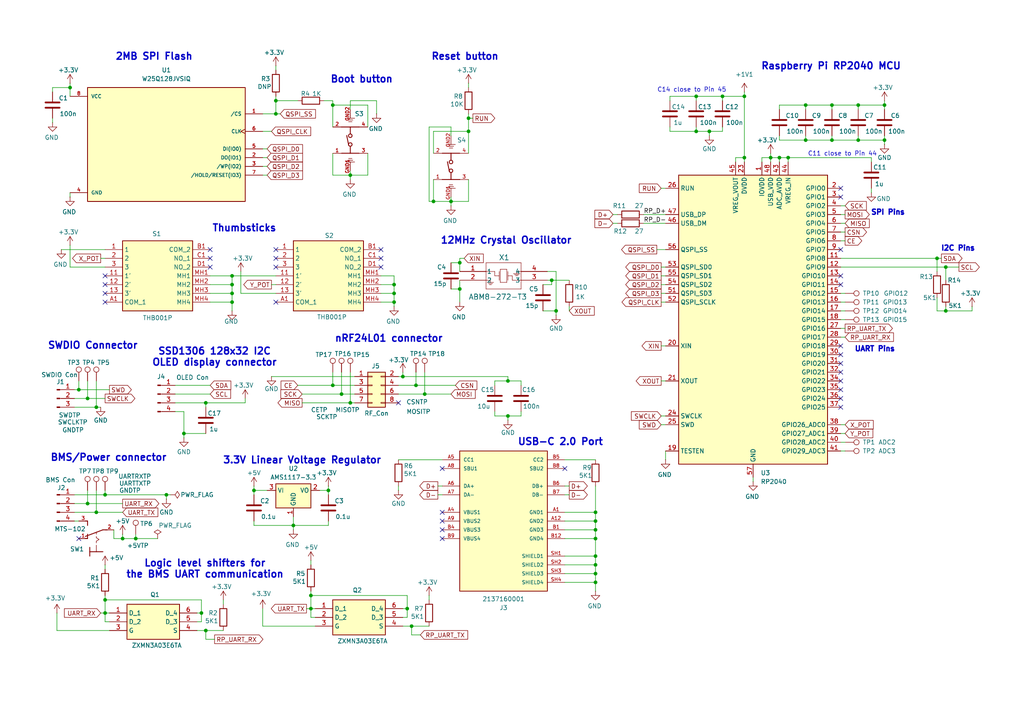
<source format=kicad_sch>
(kicad_sch (version 20231120) (generator "eeschema") (generator_version "8.0")
  (paper "A4")
  (title_block (title "SPROJ3EEG2 - PTX PCB") (date "2024-12-20") (rev "1.6") (company "SDU Sønderborg") (comment 1 "Author: Bence Tóth"))
  (lib_symbols
    (symbol "Connector:Conn_01x03_Pin" (pin_names (offset 1.016) hide)
      (property "Reference" "J" (at 0 5.08 0))
      (property "Value" "Conn_01x03_Pin" (at 0 -5.08 0))
      (symbol "Conn_01x03_Pin_1_1"
        (pin passive line (at 5.08 2.54 180) (length 3.81) (name "Pin_1") (number "1"))
        (pin passive line (at 5.08 0 180) (length 3.81) (name "Pin_2") (number "2"))
        (pin passive line (at 5.08 -2.54 180) (length 3.81) (name "Pin_3") (number "3"))
      )
    )
    (symbol "Connector:Conn_01x04_Pin" (pin_names (offset 1.016) hide)
      (property "Reference" "J" (at 0 5.08 0))
      (property "Value" "Conn_01x04_Pin" (at 0 -7.62 0))
      (symbol "Conn_01x04_Pin_1_1"
        (pin passive line (at 5.08 2.54 180) (length 3.81) (name "Pin_1") (number "1"))
        (pin passive line (at 5.08 0 180) (length 3.81) (name "Pin_2") (number "2"))
        (pin passive line (at 5.08 -2.54 180) (length 3.81) (name "Pin_3") (number "3"))
        (pin passive line (at 5.08 -5.08 180) (length 3.81) (name "Pin_4") (number "4"))
      )
    )
    (symbol "Connector:TestPoint" (pin_numbers hide) (pin_names (offset 0.762) hide)
      (property "Reference" "TP" (at 0 6.858 0))
      (property "Value" "TestPoint" (at 0 5.08 0))
      (symbol "TestPoint_1_1"
        (pin passive line (at 0 0 90) (length 2.54) (name "1") (number "1"))
      )
    )
    (symbol "Connector_Generic:Conn_02x04_Odd_Even" (pin_names (offset 1.016) hide)
      (property "Reference" "J" (at 1.27 5.08 0))
      (property "Value" "Conn_02x04_Odd_Even" (at 1.27 -7.62 0))
      (symbol "Conn_02x04_Odd_Even_1_1"
        (pin passive line (at -5.08 2.54 0) (length 3.81) (name "Pin_1") (number "1"))
        (pin passive line (at 7.62 2.54 180) (length 3.81) (name "Pin_2") (number "2"))
        (pin passive line (at -5.08 0 0) (length 3.81) (name "Pin_3") (number "3"))
        (pin passive line (at 7.62 0 180) (length 3.81) (name "Pin_4") (number "4"))
        (pin passive line (at -5.08 -2.54 0) (length 3.81) (name "Pin_5") (number "5"))
        (pin passive line (at 7.62 -2.54 180) (length 3.81) (name "Pin_6") (number "6"))
        (pin passive line (at -5.08 -5.08 0) (length 3.81) (name "Pin_7") (number "7"))
        (pin passive line (at 7.62 -5.08 180) (length 3.81) (name "Pin_8") (number "8"))
      )
    )
    (symbol "Crystal_12MHz:ABM8-272-T3" (pin_names (offset 0.254))
      (property "Reference" "X" (at 12.7 7.62 0))
      (property "Value" "ABM8-272-T3" (at 12.7 5.08 0))
      (symbol "ABM8-272-T3_0_1"
        (pin unspecified line (at 0 0 0) (length 7.62) (name "1") (number "1"))
        (pin unspecified line (at 0 -2.54 0) (length 7.62) (name "2") (number "2"))
        (pin unspecified line (at 25.4 -2.54 180) (length 7.62) (name "3") (number "3"))
        (pin unspecified line (at 25.4 0 180) (length 7.62) (name "4") (number "4"))
      )
    )
    (symbol "Device:C" (pin_numbers hide) (pin_names (offset 0.254))
      (property "Reference" "C" (at 0.635 2.54 0))
      (property "Value" "C" (at 0.635 -2.54 0))
      (symbol "C_1_1"
        (pin passive line (at 0 3.81 270) (length 2.794) (name "~") (number "1"))
        (pin passive line (at 0 -3.81 90) (length 2.794) (name "~") (number "2"))
      )
    )
    (symbol "Device:R" (pin_numbers hide) (pin_names (offset 0))
      (property "Reference" "R" (at 2.032 0 90))
      (property "Value" "R" (at 0 0 90))
      (symbol "R_1_1"
        (pin passive line (at 0 3.81 270) (length 1.27) (name "~") (number "1"))
        (pin passive line (at 0 -3.81 90) (length 1.27) (name "~") (number "2"))
      )
    )
    (symbol "Joystick_THB001P:THB001P"
      (property "Reference" "S" (at 26.67 7.62 0))
      (property "Value" "THB001P" (at 26.67 5.08 0))
      (symbol "THB001P_1_1"
        (pin passive line (at 0 0 0) (length 5.08) (name "1") (number "1"))
        (pin passive line (at 0 -7.62 0) (length 5.08) (name "1'") (number "11"))
        (pin passive line (at 0 -10.16 0) (length 5.08) (name "2'") (number "12"))
        (pin passive line (at 0 -12.7 0) (length 5.08) (name "3'") (number "13"))
        (pin passive line (at 0 -2.54 0) (length 5.08) (name "2") (number "2"))
        (pin passive line (at 0 -5.08 0) (length 5.08) (name "3") (number "3"))
        (pin passive line (at 0 -15.24 0) (length 5.08) (name "COM_1") (number "A1"))
        (pin passive line (at 30.48 0 180) (length 5.08) (name "COM_2") (number "B1"))
        (pin passive line (at 30.48 -2.54 180) (length 5.08) (name "NO_1") (number "C1"))
        (pin passive line (at 30.48 -5.08 180) (length 5.08) (name "NO_2") (number "D1"))
        (pin passive line (at 30.48 -7.62 180) (length 5.08) (name "MH1") (number "MH1"))
        (pin passive line (at 30.48 -10.16 180) (length 5.08) (name "MH2") (number "MH2"))
        (pin passive line (at 30.48 -12.7 180) (length 5.08) (name "MH3") (number "MH3"))
        (pin passive line (at 30.48 -15.24 180) (length 5.08) (name "MH4") (number "MH4"))
      )
    )
    (symbol "MCU_RaspberryPi:RP2040"
      (property "Reference" "U" (at 17.78 45.72 0))
      (property "Value" "RP2040" (at 17.78 43.18 0))
      (symbol "RP2040_1_1"
        (pin power_in line (at 2.54 45.72 270) (length 3.81) (name "IOVDD") (number "1"))
        (pin passive line (at 2.54 45.72 270) (length 3.81) hide (name "IOVDD") (number "10"))
        (pin bidirectional line (at 25.4 17.78 180) (length 3.81) (name "GPIO8") (number "11"))
        (pin bidirectional line (at 25.4 15.24 180) (length 3.81) (name "GPIO9") (number "12"))
        (pin bidirectional line (at 25.4 12.7 180) (length 3.81) (name "GPIO10") (number "13"))
        (pin bidirectional line (at 25.4 10.16 180) (length 3.81) (name "GPIO11") (number "14"))
        (pin bidirectional line (at 25.4 7.62 180) (length 3.81) (name "GPIO12") (number "15"))
        (pin bidirectional line (at 25.4 5.08 180) (length 3.81) (name "GPIO13") (number "16"))
        (pin bidirectional line (at 25.4 2.54 180) (length 3.81) (name "GPIO14") (number "17"))
        (pin bidirectional line (at 25.4 0 180) (length 3.81) (name "GPIO15") (number "18"))
        (pin input line (at -25.4 -38.1 0) (length 3.81) (name "TESTEN") (number "19"))
        (pin bidirectional line (at 25.4 38.1 180) (length 3.81) (name "GPIO0") (number "2"))
        (pin input line (at -25.4 -7.62 0) (length 3.81) (name "XIN") (number "20"))
        (pin passive line (at -25.4 -17.78 0) (length 3.81) (name "XOUT") (number "21"))
        (pin passive line (at 2.54 45.72 270) (length 3.81) hide (name "IOVDD") (number "22"))
        (pin power_in line (at -2.54 45.72 270) (length 3.81) (name "DVDD") (number "23"))
        (pin input line (at -25.4 -27.94 0) (length 3.81) (name "SWCLK") (number "24"))
        (pin bidirectional line (at -25.4 -30.48 0) (length 3.81) (name "SWD") (number "25"))
        (pin input line (at -25.4 38.1 0) (length 3.81) (name "RUN") (number "26"))
        (pin bidirectional line (at 25.4 -2.54 180) (length 3.81) (name "GPIO16") (number "27"))
        (pin bidirectional line (at 25.4 -5.08 180) (length 3.81) (name "GPIO17") (number "28"))
        (pin bidirectional line (at 25.4 -7.62 180) (length 3.81) (name "GPIO18") (number "29"))
        (pin bidirectional line (at 25.4 35.56 180) (length 3.81) (name "GPIO1") (number "3"))
        (pin bidirectional line (at 25.4 -10.16 180) (length 3.81) (name "GPIO19") (number "30"))
        (pin bidirectional line (at 25.4 -12.7 180) (length 3.81) (name "GPIO20") (number "31"))
        (pin bidirectional line (at 25.4 -15.24 180) (length 3.81) (name "GPIO21") (number "32"))
        (pin passive line (at 2.54 45.72 270) (length 3.81) hide (name "IOVDD") (number "33"))
        (pin bidirectional line (at 25.4 -17.78 180) (length 3.81) (name "GPIO22") (number "34"))
        (pin bidirectional line (at 25.4 -20.32 180) (length 3.81) (name "GPIO23") (number "35"))
        (pin bidirectional line (at 25.4 -22.86 180) (length 3.81) (name "GPIO24") (number "36"))
        (pin bidirectional line (at 25.4 -25.4 180) (length 3.81) (name "GPIO25") (number "37"))
        (pin bidirectional line (at 25.4 -30.48 180) (length 3.81) (name "GPIO26_ADC0") (number "38"))
        (pin bidirectional line (at 25.4 -33.02 180) (length 3.81) (name "GPIO27_ADC1") (number "39"))
        (pin bidirectional line (at 25.4 33.02 180) (length 3.81) (name "GPIO2") (number "4"))
        (pin bidirectional line (at 25.4 -35.56 180) (length 3.81) (name "GPIO28_ADC2") (number "40"))
        (pin bidirectional line (at 25.4 -38.1 180) (length 3.81) (name "GPIO29_ADC3") (number "41"))
        (pin passive line (at 2.54 45.72 270) (length 3.81) hide (name "IOVDD") (number "42"))
        (pin power_in line (at 7.62 45.72 270) (length 3.81) (name "ADC_AVDD") (number "43"))
        (pin power_in line (at 10.16 45.72 270) (length 3.81) (name "VREG_IN") (number "44"))
        (pin power_out line (at -5.08 45.72 270) (length 3.81) (name "VREG_VOUT") (number "45"))
        (pin bidirectional line (at -25.4 27.94 0) (length 3.81) (name "USB_DM") (number "46"))
        (pin bidirectional line (at -25.4 30.48 0) (length 3.81) (name "USB_DP") (number "47"))
        (pin power_in line (at 5.08 45.72 270) (length 3.81) (name "USB_VDD") (number "48"))
        (pin passive line (at 2.54 45.72 270) (length 3.81) hide (name "IOVDD") (number "49"))
        (pin bidirectional line (at 25.4 30.48 180) (length 3.81) (name "GPIO3") (number "5"))
        (pin passive line (at -2.54 45.72 270) (length 3.81) hide (name "DVDD") (number "50"))
        (pin bidirectional line (at -25.4 7.62 0) (length 3.81) (name "QSPI_SD3") (number "51"))
        (pin output line (at -25.4 5.08 0) (length 3.81) (name "QSPI_SCLK") (number "52"))
        (pin bidirectional line (at -25.4 15.24 0) (length 3.81) (name "QSPI_SD0") (number "53"))
        (pin bidirectional line (at -25.4 10.16 0) (length 3.81) (name "QSPI_SD2") (number "54"))
        (pin bidirectional line (at -25.4 12.7 0) (length 3.81) (name "QSPI_SD1") (number "55"))
        (pin bidirectional line (at -25.4 20.32 0) (length 3.81) (name "QSPI_SS") (number "56"))
        (pin power_in line (at 0 -45.72 90) (length 3.81) (name "GND") (number "57"))
        (pin bidirectional line (at 25.4 27.94 180) (length 3.81) (name "GPIO4") (number "6"))
        (pin bidirectional line (at 25.4 25.4 180) (length 3.81) (name "GPIO5") (number "7"))
        (pin bidirectional line (at 25.4 22.86 180) (length 3.81) (name "GPIO6") (number "8"))
        (pin bidirectional line (at 25.4 20.32 180) (length 3.81) (name "GPIO7") (number "9"))
      )
    )
    (symbol "NMOS_ZXMN3A03E6TA:ZXMN3A03E6TA"
      (property "Reference" "Q" (at 21.59 7.62 0))
      (property "Value" "ZXMN3A03E6TA" (at 21.59 5.08 0))
      (symbol "ZXMN3A03E6TA_1_1"
        (pin passive line (at 0 0 0) (length 5.08) (name "D_1") (number "1"))
        (pin passive line (at 0 -2.54 0) (length 5.08) (name "D_2") (number "2"))
        (pin passive line (at 0 -5.08 0) (length 5.08) (name "G") (number "3"))
        (pin passive line (at 25.4 -5.08 180) (length 5.08) (name "S") (number "4"))
        (pin passive line (at 25.4 -2.54 180) (length 5.08) (name "D_3") (number "5"))
        (pin passive line (at 25.4 0 180) (length 5.08) (name "D_4") (number "6"))
      )
    )
    (symbol "Regulator_Linear:AMS1117-3.3"
      (property "Reference" "U" (at -3.81 3.175 0))
      (property "Value" "AMS1117-3.3" (at 0 3.175 0))
      (symbol "AMS1117-3.3_1_1"
        (pin power_in line (at 0 -7.62 90) (length 2.54) (name "GND") (number "1"))
        (pin power_out line (at 7.62 0 180) (length 2.54) (name "VO") (number "2"))
        (pin power_in line (at -7.62 0 0) (length 2.54) (name "VI") (number "3"))
      )
    )
    (symbol "SPI_Flash_W25Q128JVSIQ:W25Q128JVSIQ" (pin_names (offset 1.016))
      (property "Reference" "U" (at -22.86 16.002 0))
      (property "Value" "W25Q128JVSIQ" (at -22.86 -20.32 0))
      (symbol "W25Q128JVSIQ_0_0"
        (pin input line (at -27.94 7.62 0) (length 5.08) (name "/CS") (number "1"))
        (pin bidirectional line (at -27.94 -5.08 0) (length 5.08) (name "DO(IO1)") (number "2"))
        (pin bidirectional line (at -27.94 -7.62 0) (length 5.08) (name "/WP(IO2)") (number "3"))
        (pin power_in line (at 27.94 -15.24 180) (length 5.08) (name "GND") (number "4"))
        (pin bidirectional line (at -27.94 -2.54 0) (length 5.08) (name "DI(IO0)") (number "5"))
        (pin input clock (at -27.94 2.54 0) (length 5.08) (name "CLK") (number "6"))
        (pin bidirectional line (at -27.94 -10.16 0) (length 5.08) (name "/HOLD/RESET(IO3)") (number "7"))
        (pin power_in line (at 27.94 12.7 180) (length 5.08) (name "VCC") (number "8"))
      )
    )
    (symbol "Switch_431183015816:431183015816" (pin_names (offset 1.016))
      (property "Reference" "S" (at 5.08 1.778 0))
      (symbol "431183015816_0_0"
        (pin passive line (at -5.08 -2.54 0) (length 2.54) (name "~") (number "1"))
        (pin passive line (at -5.08 5.08 0) (length 2.54) (name "~") (number "2"))
        (pin passive line (at 5.08 -2.54 180) (length 2.54) (name "~") (number "3"))
        (pin passive line (at 5.08 5.08 180) (length 2.54) (name "~") (number "4"))
        (pin passive line (at 0 -7.62 90) (length 2.54) (name "~") (number "GND1"))
        (pin passive line (at 0 10.16 270) (length 2.54) (name "~") (number "GND2"))
      )
    )
    (symbol "Toggle_Switch_MTS-102:MTS-102" (pin_names (offset 1.016))
      (property "Reference" "SW" (at -6.35 -1.905 90))
      (property "Value" "MTS-102" (at -3.81 2.54 90))
      (symbol "MTS-102_0_0"
        (pin passive line (at 0 5.08 270) (length 2.54) (name "~") (number "1"))
        (pin passive line (at 2.54 -5.08 90) (length 2.54) (name "~") (number "2"))
        (pin passive line (at 5.08 5.08 270) (length 2.54) (name "~") (number "3"))
      )
    )
    (symbol "USB_C_Port_213716-0001:2137160001" (pin_names (offset 1.016))
      (property "Reference" "J" (at -12.7 20.9042 0))
      (property "Value" "2137160001" (at -12.7 -22.86 0))
      (symbol "2137160001_0_0"
        (pin power_in line (at 17.78 2.54 180) (length 5.08) (name "GND1") (number "A1"))
        (pin power_in line (at 17.78 0 180) (length 5.08) (name "GND2") (number "A12"))
        (pin power_in line (at -17.78 2.54 0) (length 5.08) (name "VBUS1") (number "A4"))
        (pin bidirectional line (at -17.78 17.78 0) (length 5.08) (name "CC1") (number "A5"))
        (pin bidirectional line (at -17.78 10.16 0) (length 5.08) (name "DA+") (number "A6"))
        (pin bidirectional line (at -17.78 7.62 0) (length 5.08) (name "DA-") (number "A7"))
        (pin bidirectional line (at -17.78 15.24 0) (length 5.08) (name "SBU1") (number "A8"))
        (pin power_in line (at -17.78 0 0) (length 5.08) (name "VBUS2") (number "A9"))
        (pin power_in line (at 17.78 -2.54 180) (length 5.08) (name "GND3") (number "B1"))
        (pin power_in line (at 17.78 -5.08 180) (length 5.08) (name "GND4") (number "B12"))
        (pin power_in line (at -17.78 -2.54 0) (length 5.08) (name "VBUS3") (number "B4"))
        (pin bidirectional line (at 17.78 17.78 180) (length 5.08) (name "CC2") (number "B5"))
        (pin bidirectional line (at 17.78 10.16 180) (length 5.08) (name "DB+") (number "B6"))
        (pin bidirectional line (at 17.78 7.62 180) (length 5.08) (name "DB-") (number "B7"))
        (pin bidirectional line (at 17.78 15.24 180) (length 5.08) (name "SBU2") (number "B8"))
        (pin power_in line (at -17.78 -5.08 0) (length 5.08) (name "VBUS4") (number "B9"))
        (pin passive line (at 17.78 -10.16 180) (length 5.08) (name "SHIELD1") (number "SH1"))
        (pin passive line (at 17.78 -12.7 180) (length 5.08) (name "SHIELD2") (number "SH2"))
        (pin passive line (at 17.78 -15.24 180) (length 5.08) (name "SHIELD3") (number "SH3"))
        (pin passive line (at 17.78 -17.78 180) (length 5.08) (name "SHIELD4") (number "SH4"))
      )
    )
    (symbol "power:+1V1" (power) (pin_numbers hide) (pin_names (offset 0) hide)
      (property "Value" "+1V1" (at 0 3.556 0))
      (symbol "+1V1_1_1"
        (pin power_in line (at 0 0 90) (length 0) (name "~") (number "1"))
      )
    )
    (symbol "power:+3.3V" (power) (pin_numbers hide) (pin_names (offset 0) hide)
      (property "Value" "+3.3V" (at 0 3.556 0))
      (symbol "+3.3V_1_1"
        (pin power_in line (at 0 0 90) (length 0) (name "~") (number "1"))
      )
    )
    (symbol "power:+5V" (power) (pin_numbers hide) (pin_names (offset 0) hide)
      (property "Value" "+5V" (at 0 3.556 0))
      (symbol "+5V_1_1"
        (pin power_in line (at 0 0 90) (length 0) (name "~") (number "1"))
      )
    )
    (symbol "power:GND" (power) (pin_numbers hide) (pin_names (offset 0) hide)
      (property "Value" "GND" (at 0 -3.81 0))
      (symbol "GND_1_1"
        (pin power_in line (at 0 0 270) (length 0) (name "~") (number "1"))
      )
    )
    (symbol "power:PWR_FLAG" (power) (pin_numbers hide) (pin_names (offset 0) hide)
      (property "Value" "PWR_FLAG" (at 0 3.81 0))
      (symbol "PWR_FLAG_0_0"
        (pin power_out line (at 0 0 90) (length 0) (name "~") (number "1"))
      )
    )
  )
  (junction (at 256.54 40.64))
  (junction (at 241.3 40.64))
  (junction (at 133.35 76.2))
  (junction (at 114.3 87.63))
  (junction (at 114.3 85.09))
  (junction (at 201.93 27.94))
  (junction (at 172.72 166.37))
  (junction (at 125.73 58.42))
  (junction (at 27.94 148.59))
  (junction (at 30.48 173.99))
  (junction (at 22.86 113.03))
  (junction (at 172.72 168.91))
  (junction (at 228.6 45.72))
  (junction (at 123.19 114.3))
  (junction (at 256.54 30.48))
  (junction (at 67.31 82.55))
  (junction (at 241.3 30.48))
  (junction (at 172.72 151.13))
  (junction (at 99.06 114.3))
  (junction (at 135.89 38.1))
  (junction (at 59.69 182.88))
  (junction (at 95.25 142.24))
  (junction (at 90.17 172.72))
  (junction (at 20.32 25.4))
  (junction (at 201.93 38.1))
  (junction (at 147.32 120.65))
  (junction (at 27.94 118.11))
  (junction (at 172.72 148.59))
  (junction (at 48.26 143.51))
  (junction (at 96.52 111.76))
  (junction (at 39.37 156.21))
  (junction (at 223.52 45.72))
  (junction (at 274.32 90.17))
  (junction (at 101.6 50.8))
  (junction (at 172.72 161.29))
  (junction (at 73.66 142.24))
  (junction (at 25.4 146.05))
  (junction (at 160.02 81.28))
  (junction (at 25.4 115.57))
  (junction (at 248.92 30.48))
  (junction (at 233.68 30.48))
  (junction (at 85.09 152.4))
  (junction (at 119.38 181.61))
  (junction (at 226.06 45.72))
  (junction (at 172.72 163.83))
  (junction (at 172.72 153.67))
  (junction (at 67.31 85.09))
  (junction (at 116.84 109.22))
  (junction (at 172.72 156.21))
  (junction (at 215.9 45.72))
  (junction (at 80.01 29.21))
  (junction (at 114.3 82.55))
  (junction (at 133.35 83.82))
  (junction (at 67.31 80.01))
  (junction (at 147.32 110.49))
  (junction (at 118.11 176.53))
  (junction (at 30.48 143.51))
  (junction (at 233.68 40.64))
  (junction (at 59.69 116.84))
  (junction (at 161.29 90.17))
  (junction (at 215.9 27.94))
  (junction (at 35.56 156.21))
  (junction (at 58.42 177.8))
  (junction (at 135.89 34.29))
  (junction (at 67.31 87.63))
  (junction (at 209.55 27.94))
  (junction (at 96.52 30.48))
  (junction (at 80.01 33.02))
  (junction (at 271.78 74.93))
  (junction (at 120.65 111.76))
  (junction (at 90.17 176.53))
  (junction (at 274.32 77.47))
  (junction (at 30.48 177.8))
  (junction (at 205.74 38.1))
  (junction (at 101.6 116.84))
  (junction (at 248.92 40.64))
  (junction (at 130.81 58.42))
  (junction (at 53.34 125.73))
  (no_connect (at 243.84 82.55))
  (no_connect (at 128.27 148.59))
  (no_connect (at 110.49 72.39))
  (no_connect (at 243.84 72.39))
  (no_connect (at 243.84 102.87))
  (no_connect (at 163.83 135.89))
  (no_connect (at 243.84 100.33))
  (no_connect (at 30.48 80.01))
  (no_connect (at 243.84 118.11))
  (no_connect (at 60.96 72.39))
  (no_connect (at 243.84 113.03))
  (no_connect (at 80.01 72.39))
  (no_connect (at 128.27 153.67))
  (no_connect (at 80.01 87.63))
  (no_connect (at 115.57 116.84))
  (no_connect (at 30.48 85.09))
  (no_connect (at 60.96 74.93))
  (no_connect (at 243.84 80.01))
  (no_connect (at 30.48 82.55))
  (no_connect (at 243.84 110.49))
  (no_connect (at 110.49 77.47))
  (no_connect (at 30.48 87.63))
  (no_connect (at 128.27 151.13))
  (no_connect (at 22.86 156.21))
  (no_connect (at 128.27 135.89))
  (no_connect (at 128.27 156.21))
  (no_connect (at 243.84 115.57))
  (no_connect (at 80.01 77.47))
  (no_connect (at 80.01 74.93))
  (no_connect (at 243.84 57.15))
  (no_connect (at 110.49 74.93))
  (no_connect (at 243.84 107.95))
  (no_connect (at 60.96 77.47))
  (no_connect (at 243.84 54.61))
  (no_connect (at 243.84 105.41))
  (wire (pts (xy 143.51 120.65) (xy 147.32 120.65)))
  (wire (pts (xy 130.81 39.37) (xy 130.81 36.83)))
  (wire (pts (xy 30.48 172.72) (xy 30.48 173.99)))
  (wire (pts (xy 132.08 111.76) (xy 120.65 111.76)))
  (wire (pts (xy 35.56 154.94) (xy 35.56 156.21)))
  (wire (pts (xy 243.84 125.73) (xy 245.11 125.73)))
  (wire (pts (xy 101.6 29.21) (xy 101.6 31.75)))
  (wire (pts (xy 110.49 80.01) (xy 114.3 80.01)))
  (wire (pts (xy 85.09 152.4) (xy 95.25 152.4)))
  (wire (pts (xy 48.26 143.51) (xy 48.26 144.78)))
  (wire (pts (xy 243.84 97.79) (xy 245.11 97.79)))
  (wire (pts (xy 114.3 87.63) (xy 114.3 85.09)))
  (wire (pts (xy 243.84 123.19) (xy 245.11 123.19)))
  (wire (pts (xy 59.69 116.84) (xy 59.69 118.11)))
  (wire (pts (xy 71.12 116.84) (xy 71.12 115.57)))
  (wire (pts (xy 114.3 82.55) (xy 114.3 80.01)))
  (wire (pts (xy 39.37 154.94) (xy 39.37 156.21)))
  (wire (pts (xy 67.31 80.01) (xy 80.01 80.01)))
  (wire (pts (xy 125.73 38.1) (xy 135.89 38.1)))
  (wire (pts (xy 256.54 31.75) (xy 256.54 30.48)))
  (wire (pts (xy 213.36 45.72) (xy 215.9 45.72)))
  (wire (pts (xy 163.83 140.97) (xy 165.1 140.97)))
  (wire (pts (xy 163.83 156.21) (xy 172.72 156.21)))
  (wire (pts (xy 21.59 146.05) (xy 25.4 146.05)))
  (wire (pts (xy 201.93 29.21) (xy 201.93 27.94)))
  (wire (pts (xy 99.06 107.95) (xy 99.06 114.3)))
  (wire (pts (xy 130.81 58.42) (xy 130.81 59.69)))
  (wire (pts (xy 241.3 40.64) (xy 248.92 40.64)))
  (wire (pts (xy 194.31 27.94) (xy 201.93 27.94)))
  (wire (pts (xy 191.77 120.65) (xy 193.04 120.65)))
  (wire (pts (xy 209.55 36.83) (xy 209.55 38.1)))
  (wire (pts (xy 163.83 153.67) (xy 172.72 153.67)))
  (wire (pts (xy 201.93 36.83) (xy 201.93 38.1)))
  (wire (pts (xy 59.69 116.84) (xy 71.12 116.84)))
  (wire (pts (xy 21.59 143.51) (xy 30.48 143.51)))
  (wire (pts (xy 60.96 85.09) (xy 67.31 85.09)))
  (wire (pts (xy 160.02 81.28) (xy 165.1 81.28)))
  (wire (pts (xy 160.02 81.28) (xy 160.02 82.55)))
  (wire (pts (xy 248.92 30.48) (xy 241.3 30.48)))
  (wire (pts (xy 57.15 182.88) (xy 59.69 182.88)))
  (wire (pts (xy 243.84 77.47) (xy 274.32 77.47)))
  (wire (pts (xy 256.54 40.64) (xy 256.54 41.91)))
  (wire (pts (xy 15.24 25.4) (xy 20.32 25.4)))
  (wire (pts (xy 274.32 88.9) (xy 274.32 90.17)))
  (wire (pts (xy 223.52 45.72) (xy 220.98 45.72)))
  (wire (pts (xy 256.54 30.48) (xy 248.92 30.48)))
  (wire (pts (xy 95.25 140.97) (xy 95.25 142.24)))
  (wire (pts (xy 101.6 50.8) (xy 106.68 50.8)))
  (wire (pts (xy 76.2 33.02) (xy 80.01 33.02)))
  (wire (pts (xy 20.32 71.12) (xy 20.32 77.47)))
  (wire (pts (xy 62.23 185.42) (xy 59.69 185.42)))
  (wire (pts (xy 119.38 184.15) (xy 119.38 181.61)))
  (wire (pts (xy 226.06 45.72) (xy 226.06 46.99)))
  (wire (pts (xy 60.96 82.55) (xy 67.31 82.55)))
  (wire (pts (xy 274.32 77.47) (xy 278.13 77.47)))
  (wire (pts (xy 64.77 173.99) (xy 64.77 175.26)))
  (wire (pts (xy 205.74 38.1) (xy 209.55 38.1)))
  (wire (pts (xy 233.68 39.37) (xy 233.68 40.64)))
  (wire (pts (xy 119.38 181.61) (xy 124.46 181.61)))
  (wire (pts (xy 53.34 127) (xy 53.34 125.73)))
  (wire (pts (xy 95.25 152.4) (xy 95.25 151.13)))
  (wire (pts (xy 25.4 146.05) (xy 35.56 146.05)))
  (wire (pts (xy 60.96 80.01) (xy 67.31 80.01)))
  (wire (pts (xy 31.75 177.8) (xy 30.48 177.8)))
  (wire (pts (xy 50.8 111.76) (xy 60.96 111.76)))
  (wire (pts (xy 274.32 90.17) (xy 271.78 90.17)))
  (wire (pts (xy 186.69 62.23) (xy 193.04 62.23)))
  (wire (pts (xy 243.84 64.77) (xy 245.11 64.77)))
  (wire (pts (xy 191.77 110.49) (xy 193.04 110.49)))
  (wire (pts (xy 77.47 142.24) (xy 73.66 142.24)))
  (wire (pts (xy 215.9 27.94) (xy 215.9 45.72)))
  (wire (pts (xy 76.2 181.61) (xy 91.44 181.61)))
  (wire (pts (xy 15.24 34.29) (xy 15.24 35.56)))
  (wire (pts (xy 163.83 163.83) (xy 172.72 163.83)))
  (wire (pts (xy 73.66 140.97) (xy 73.66 142.24)))
  (wire (pts (xy 90.17 176.53) (xy 90.17 179.07)))
  (wire (pts (xy 172.72 168.91) (xy 172.72 171.45)))
  (wire (pts (xy 274.32 90.17) (xy 281.94 90.17)))
  (wire (pts (xy 135.89 34.29) (xy 137.16 34.29)))
  (wire (pts (xy 243.84 90.17) (xy 245.11 90.17)))
  (wire (pts (xy 161.29 78.74) (xy 158.75 78.74)))
  (wire (pts (xy 114.3 85.09) (xy 114.3 82.55)))
  (wire (pts (xy 218.44 138.43) (xy 218.44 139.7)))
  (wire (pts (xy 76.2 176.53) (xy 76.2 181.61)))
  (wire (pts (xy 86.36 111.76) (xy 96.52 111.76)))
  (wire (pts (xy 80.01 29.21) (xy 80.01 33.02)))
  (wire (pts (xy 27.94 148.59) (xy 35.56 148.59)))
  (wire (pts (xy 243.84 62.23) (xy 245.11 62.23)))
  (wire (pts (xy 53.34 119.38) (xy 50.8 119.38)))
  (wire (pts (xy 96.52 111.76) (xy 102.87 111.76)))
  (wire (pts (xy 194.31 38.1) (xy 201.93 38.1)))
  (wire (pts (xy 147.32 120.65) (xy 147.32 121.92)))
  (wire (pts (xy 130.81 83.82) (xy 133.35 83.82)))
  (wire (pts (xy 95.25 142.24) (xy 95.25 143.51)))
  (wire (pts (xy 85.09 152.4) (xy 85.09 153.67)))
  (wire (pts (xy 59.69 185.42) (xy 59.69 182.88)))
  (wire (pts (xy 241.3 30.48) (xy 241.3 31.75)))
  (wire (pts (xy 220.98 45.72) (xy 220.98 46.99)))
  (wire (pts (xy 205.74 38.1) (xy 205.74 39.37)))
  (wire (pts (xy 241.3 39.37) (xy 241.3 40.64)))
  (wire (pts (xy 73.66 151.13) (xy 73.66 152.4)))
  (wire (pts (xy 115.57 133.35) (xy 128.27 133.35)))
  (wire (pts (xy 163.83 143.51) (xy 165.1 143.51)))
  (wire (pts (xy 248.92 40.64) (xy 256.54 40.64)))
  (wire (pts (xy 57.15 180.34) (xy 58.42 180.34)))
  (wire (pts (xy 27.94 118.11) (xy 29.21 118.11)))
  (wire (pts (xy 53.34 125.73) (xy 53.34 119.38)))
  (wire (pts (xy 252.73 54.61) (xy 252.73 55.88)))
  (wire (pts (xy 33.02 156.21) (xy 35.56 156.21)))
  (wire (pts (xy 115.57 140.97) (xy 115.57 142.24)))
  (wire (pts (xy 191.77 80.01) (xy 193.04 80.01)))
  (wire (pts (xy 243.84 95.25) (xy 245.11 95.25)))
  (wire (pts (xy 157.48 82.55) (xy 160.02 82.55)))
  (wire (pts (xy 20.32 77.47) (xy 30.48 77.47)))
  (wire (pts (xy 191.77 85.09) (xy 193.04 85.09)))
  (wire (pts (xy 29.21 177.8) (xy 30.48 177.8)))
  (wire (pts (xy 124.46 58.42) (xy 125.73 58.42)))
  (wire (pts (xy 116.84 176.53) (xy 118.11 176.53)))
  (wire (pts (xy 209.55 29.21) (xy 209.55 27.94)))
  (wire (pts (xy 101.6 50.8) (xy 101.6 52.07)))
  (wire (pts (xy 271.78 74.93) (xy 273.05 74.93)))
  (wire (pts (xy 163.83 168.91) (xy 172.72 168.91)))
  (wire (pts (xy 88.9 176.53) (xy 90.17 176.53)))
  (wire (pts (xy 274.32 77.47) (xy 274.32 81.28)))
  (wire (pts (xy 130.81 36.83) (xy 124.46 36.83)))
  (wire (pts (xy 96.52 50.8) (xy 101.6 50.8)))
  (wire (pts (xy 223.52 45.72) (xy 223.52 46.99)))
  (wire (pts (xy 76.2 45.72) (xy 77.47 45.72)))
  (wire (pts (xy 143.51 119.38) (xy 143.51 120.65)))
  (wire (pts (xy 133.35 74.93) (xy 133.35 76.2)))
  (wire (pts (xy 101.6 116.84) (xy 102.87 116.84)))
  (wire (pts (xy 252.73 46.99) (xy 252.73 45.72)))
  (wire (pts (xy 90.17 171.45) (xy 90.17 172.72)))
  (wire (pts (xy 165.1 88.9) (xy 165.1 90.17)))
  (wire (pts (xy 243.84 67.31) (xy 245.11 67.31)))
  (wire (pts (xy 78.74 109.22) (xy 102.87 109.22)))
  (wire (pts (xy 76.2 50.8) (xy 77.47 50.8)))
  (wire (pts (xy 172.72 153.67) (xy 172.72 156.21)))
  (wire (pts (xy 80.01 29.21) (xy 86.36 29.21)))
  (wire (pts (xy 243.84 85.09) (xy 245.11 85.09)))
  (wire (pts (xy 22.86 110.49) (xy 22.86 113.03)))
  (wire (pts (xy 80.01 27.94) (xy 80.01 29.21)))
  (wire (pts (xy 30.48 163.83) (xy 30.48 165.1)))
  (wire (pts (xy 21.59 113.03) (xy 22.86 113.03)))
  (wire (pts (xy 226.06 39.37) (xy 226.06 40.64)))
  (wire (pts (xy 87.63 114.3) (xy 99.06 114.3)))
  (wire (pts (xy 127 140.97) (xy 128.27 140.97)))
  (wire (pts (xy 96.52 30.48) (xy 96.52 36.83)))
  (wire (pts (xy 48.26 143.51) (xy 49.53 143.51)))
  (wire (pts (xy 29.21 74.93) (xy 30.48 74.93)))
  (wire (pts (xy 177.8 62.23) (xy 179.07 62.23)))
  (wire (pts (xy 124.46 36.83) (xy 124.46 58.42)))
  (wire (pts (xy 25.4 142.24) (xy 25.4 146.05)))
  (wire (pts (xy 215.9 45.72) (xy 215.9 46.99)))
  (wire (pts (xy 80.01 19.05) (xy 80.01 20.32)))
  (wire (pts (xy 193.04 130.81) (xy 193.04 133.35)))
  (wire (pts (xy 25.4 110.49) (xy 25.4 115.57)))
  (wire (pts (xy 93.98 29.21) (xy 96.52 29.21)))
  (wire (pts (xy 114.3 88.9) (xy 114.3 87.63)))
  (wire (pts (xy 69.85 78.74) (xy 69.85 85.09)))
  (wire (pts (xy 76.2 48.26) (xy 77.47 48.26)))
  (wire (pts (xy 271.78 86.36) (xy 271.78 90.17)))
  (wire (pts (xy 127 143.51) (xy 128.27 143.51)))
  (wire (pts (xy 209.55 27.94) (xy 215.9 27.94)))
  (wire (pts (xy 30.48 143.51) (xy 48.26 143.51)))
  (wire (pts (xy 241.3 30.48) (xy 233.68 30.48)))
  (wire (pts (xy 135.89 24.13) (xy 135.89 25.4)))
  (wire (pts (xy 58.42 173.99) (xy 30.48 173.99)))
  (wire (pts (xy 125.73 58.42) (xy 130.81 58.42)))
  (wire (pts (xy 228.6 45.72) (xy 226.06 45.72)))
  (wire (pts (xy 248.92 39.37) (xy 248.92 40.64)))
  (wire (pts (xy 91.44 176.53) (xy 90.17 176.53)))
  (wire (pts (xy 59.69 182.88) (xy 64.77 182.88)))
  (wire (pts (xy 243.84 74.93) (xy 271.78 74.93)))
  (wire (pts (xy 172.72 163.83) (xy 172.72 166.37)))
  (wire (pts (xy 25.4 115.57) (xy 30.48 115.57)))
  (wire (pts (xy 109.22 29.21) (xy 101.6 29.21)))
  (wire (pts (xy 116.84 109.22) (xy 115.57 109.22)))
  (wire (pts (xy 191.77 87.63) (xy 193.04 87.63)))
  (wire (pts (xy 20.32 24.13) (xy 20.32 25.4)))
  (wire (pts (xy 96.52 29.21) (xy 96.52 30.48)))
  (wire (pts (xy 57.15 177.8) (xy 58.42 177.8)))
  (wire (pts (xy 76.2 43.18) (xy 77.47 43.18)))
  (wire (pts (xy 20.32 25.4) (xy 20.32 27.94)))
  (wire (pts (xy 116.84 181.61) (xy 119.38 181.61)))
  (wire (pts (xy 106.68 30.48) (xy 96.52 30.48)))
  (wire (pts (xy 133.35 78.74) (xy 133.35 76.2)))
  (wire (pts (xy 130.81 114.3) (xy 123.19 114.3)))
  (wire (pts (xy 30.48 177.8) (xy 30.48 180.34)))
  (wire (pts (xy 226.06 40.64) (xy 233.68 40.64)))
  (wire (pts (xy 243.84 69.85) (xy 245.11 69.85)))
  (wire (pts (xy 172.72 156.21) (xy 172.72 161.29)))
  (wire (pts (xy 130.81 57.15) (xy 130.81 58.42)))
  (wire (pts (xy 143.51 111.76) (xy 143.51 110.49)))
  (wire (pts (xy 243.84 87.63) (xy 245.11 87.63)))
  (wire (pts (xy 120.65 107.95) (xy 120.65 111.76)))
  (wire (pts (xy 121.92 184.15) (xy 119.38 184.15)))
  (wire (pts (xy 281.94 88.9) (xy 281.94 90.17)))
  (wire (pts (xy 151.13 111.76) (xy 151.13 110.49)))
  (wire (pts (xy 135.89 33.02) (xy 135.89 34.29)))
  (wire (pts (xy 233.68 30.48) (xy 226.06 30.48)))
  (wire (pts (xy 172.72 166.37) (xy 172.72 168.91)))
  (wire (pts (xy 110.49 82.55) (xy 114.3 82.55)))
  (wire (pts (xy 73.66 152.4) (xy 85.09 152.4)))
  (wire (pts (xy 50.8 114.3) (xy 60.96 114.3)))
  (wire (pts (xy 22.86 113.03) (xy 31.75 113.03)))
  (wire (pts (xy 67.31 87.63) (xy 67.31 85.09)))
  (wire (pts (xy 147.32 110.49) (xy 143.51 110.49)))
  (wire (pts (xy 101.6 49.53) (xy 101.6 50.8)))
  (wire (pts (xy 110.49 85.09) (xy 114.3 85.09)))
  (wire (pts (xy 17.78 72.39) (xy 30.48 72.39)))
  (wire (pts (xy 133.35 83.82) (xy 133.35 87.63)))
  (wire (pts (xy 151.13 120.65) (xy 151.13 119.38)))
  (wire (pts (xy 109.22 33.02) (xy 109.22 29.21)))
  (wire (pts (xy 106.68 36.83) (xy 106.68 30.48)))
  (wire (pts (xy 67.31 82.55) (xy 67.31 85.09)))
  (wire (pts (xy 135.89 52.07) (xy 135.89 58.42)))
  (wire (pts (xy 243.84 128.27) (xy 245.11 128.27)))
  (wire (pts (xy 85.09 149.86) (xy 85.09 152.4)))
  (wire (pts (xy 191.77 100.33) (xy 193.04 100.33)))
  (wire (pts (xy 58.42 177.8) (xy 58.42 173.99)))
  (wire (pts (xy 190.5 72.39) (xy 193.04 72.39)))
  (wire (pts (xy 30.48 173.99) (xy 30.48 177.8)))
  (wire (pts (xy 67.31 90.17) (xy 67.31 87.63)))
  (wire (pts (xy 27.94 142.24) (xy 27.94 148.59)))
  (wire (pts (xy 172.72 148.59) (xy 172.72 151.13)))
  (wire (pts (xy 116.84 179.07) (xy 118.11 179.07)))
  (wire (pts (xy 123.19 107.95) (xy 123.19 114.3)))
  (wire (pts (xy 147.32 110.49) (xy 147.32 109.22)))
  (wire (pts (xy 21.59 118.11) (xy 27.94 118.11)))
  (wire (pts (xy 16.51 182.88) (xy 31.75 182.88)))
  (wire (pts (xy 172.72 161.29) (xy 172.72 163.83)))
  (wire (pts (xy 35.56 156.21) (xy 39.37 156.21)))
  (wire (pts (xy 80.01 33.02) (xy 81.28 33.02)))
  (wire (pts (xy 130.81 58.42) (xy 135.89 58.42)))
  (wire (pts (xy 110.49 87.63) (xy 114.3 87.63)))
  (wire (pts (xy 69.85 85.09) (xy 80.01 85.09)))
  (wire (pts (xy 30.48 142.24) (xy 30.48 143.51)))
  (wire (pts (xy 67.31 80.01) (xy 67.31 82.55)))
  (wire (pts (xy 163.83 151.13) (xy 172.72 151.13)))
  (wire (pts (xy 120.65 111.76) (xy 115.57 111.76)))
  (wire (pts (xy 243.84 92.71) (xy 245.11 92.71)))
  (wire (pts (xy 90.17 179.07) (xy 91.44 179.07)))
  (wire (pts (xy 96.52 107.95) (xy 96.52 111.76)))
  (wire (pts (xy 50.8 116.84) (xy 59.69 116.84)))
  (wire (pts (xy 118.11 176.53) (xy 118.11 179.07)))
  (wire (pts (xy 256.54 39.37) (xy 256.54 40.64)))
  (wire (pts (xy 191.77 123.19) (xy 193.04 123.19)))
  (wire (pts (xy 147.32 120.65) (xy 151.13 120.65)))
  (wire (pts (xy 233.68 40.64) (xy 241.3 40.64)))
  (wire (pts (xy 226.06 30.48) (xy 226.06 31.75)))
  (wire (pts (xy 101.6 107.95) (xy 101.6 116.84)))
  (wire (pts (xy 135.89 34.29) (xy 135.89 38.1)))
  (wire (pts (xy 21.59 115.57) (xy 25.4 115.57)))
  (wire (pts (xy 256.54 29.21) (xy 256.54 30.48)))
  (wire (pts (xy 27.94 110.49) (xy 27.94 118.11)))
  (wire (pts (xy 60.96 87.63) (xy 67.31 87.63)))
  (wire (pts (xy 125.73 52.07) (xy 125.73 58.42)))
  (wire (pts (xy 39.37 156.21) (xy 45.72 156.21)))
  (wire (pts (xy 116.84 107.95) (xy 116.84 109.22)))
  (wire (pts (xy 226.06 45.72) (xy 223.52 45.72)))
  (wire (pts (xy 21.59 151.13) (xy 22.86 151.13)))
  (wire (pts (xy 90.17 172.72) (xy 90.17 176.53)))
  (wire (pts (xy 243.84 130.81) (xy 245.11 130.81)))
  (wire (pts (xy 172.72 140.97) (xy 172.72 148.59)))
  (wire (pts (xy 271.78 74.93) (xy 271.78 78.74)))
  (wire (pts (xy 161.29 91.44) (xy 161.29 90.17)))
  (wire (pts (xy 99.06 114.3) (xy 102.87 114.3)))
  (wire (pts (xy 248.92 30.48) (xy 248.92 31.75)))
  (wire (pts (xy 53.34 125.73) (xy 59.69 125.73)))
  (wire (pts (xy 201.93 38.1) (xy 205.74 38.1)))
  (wire (pts (xy 163.83 133.35) (xy 172.72 133.35)))
  (wire (pts (xy 125.73 44.45) (xy 125.73 38.1)))
  (wire (pts (xy 21.59 148.59) (xy 27.94 148.59)))
  (wire (pts (xy 16.51 177.8) (xy 16.51 182.88)))
  (wire (pts (xy 106.68 50.8) (xy 106.68 44.45)))
  (wire (pts (xy 172.72 151.13) (xy 172.72 153.67)))
  (wire (pts (xy 118.11 176.53) (xy 118.11 172.72)))
  (wire (pts (xy 157.48 90.17) (xy 161.29 90.17)))
  (wire (pts (xy 90.17 162.56) (xy 90.17 163.83)))
  (wire (pts (xy 228.6 45.72) (xy 252.73 45.72)))
  (wire (pts (xy 134.62 74.93) (xy 133.35 74.93)))
  (wire (pts (xy 191.77 82.55) (xy 193.04 82.55)))
  (wire (pts (xy 191.77 54.61) (xy 193.04 54.61)))
  (wire (pts (xy 151.13 110.49) (xy 147.32 110.49)))
  (wire (pts (xy 215.9 26.67) (xy 215.9 27.94)))
  (wire (pts (xy 130.81 76.2) (xy 133.35 76.2)))
  (wire (pts (xy 124.46 172.72) (xy 124.46 173.99)))
  (wire (pts (xy 73.66 142.24) (xy 73.66 143.51)))
  (wire (pts (xy 163.83 166.37) (xy 172.72 166.37)))
  (wire (pts (xy 177.8 64.77) (xy 179.07 64.77)))
  (wire (pts (xy 201.93 27.94) (xy 209.55 27.94)))
  (wire (pts (xy 30.48 180.34) (xy 31.75 180.34)))
  (wire (pts (xy 163.83 148.59) (xy 172.72 148.59)))
  (wire (pts (xy 116.84 109.22) (xy 147.32 109.22)))
  (wire (pts (xy 135.89 38.1) (xy 135.89 44.45)))
  (wire (pts (xy 133.35 81.28) (xy 133.35 83.82)))
  (wire (pts (xy 20.32 55.88) (xy 20.32 57.15)))
  (wire (pts (xy 213.36 46.99) (xy 213.36 45.72)))
  (wire (pts (xy 161.29 90.17) (xy 161.29 78.74)))
  (wire (pts (xy 87.63 116.84) (xy 101.6 116.84)))
  (wire (pts (xy 194.31 29.21) (xy 194.31 27.94)))
  (wire (pts (xy 194.31 36.83) (xy 194.31 38.1)))
  (wire (pts (xy 186.69 64.77) (xy 193.04 64.77)))
  (wire (pts (xy 96.52 44.45) (xy 96.52 50.8)))
  (wire (pts (xy 191.77 77.47) (xy 193.04 77.47)))
  (wire (pts (xy 158.75 81.28) (xy 160.02 81.28)))
  (wire (pts (xy 163.83 161.29) (xy 172.72 161.29)))
  (wire (pts (xy 15.24 26.67) (xy 15.24 25.4)))
  (wire (pts (xy 123.19 114.3) (xy 115.57 114.3)))
  (wire (pts (xy 243.84 59.69) (xy 245.11 59.69)))
  (wire (pts (xy 33.02 153.67) (xy 33.02 156.21)))
  (wire (pts (xy 78.74 82.55) (xy 80.01 82.55)))
  (wire (pts (xy 92.71 142.24) (xy 95.25 142.24)))
  (wire (pts (xy 228.6 46.99) (xy 228.6 45.72)))
  (wire (pts (xy 223.52 44.45) (xy 223.52 45.72)))
  (wire (pts (xy 58.42 177.8) (xy 58.42 180.34)))
  (wire (pts (xy 233.68 30.48) (xy 233.68 31.75)))
  (wire (pts (xy 118.11 172.72) (xy 90.17 172.72)))
  (wire (pts (xy 76.2 38.1) (xy 78.74 38.1)))
  (text "SPI Pins" (at 257.556 61.722 0) (effects (font (size 1.5 1.5) (thickness 0.4) (bold yes))))
  (text "C11 close to Pin 44" (at 244.348 44.704 0) (effects (font (size 1.27 1.27))))
  (text "Raspberry Pi RP2040 MCU" (at 241.046 19.304 0) (effects (font (size 2 2) (thickness 0.4) (bold yes))))
  (text "12MHz Crystal Oscillator" (at 146.812 69.85 0) (effects (font (size 2 2) (thickness 0.4) (bold yes))))
  (text "nRF24L01 connector" (at 112.776 98.298 0) (effects (font (size 2 2) (thickness 0.4) (bold yes))))
  (text "SSD1306 128x32 I2C\nOLED display connector" (at 62.23 103.632 0) (effects (font (size 2 2) (thickness 0.4) (bold yes))))
  (text "Boot button" (at 104.902 23.114 0) (effects (font (size 2 2) (thickness 0.4) (bold yes))))
  (text "USB-C 2.0 Port" (at 162.56 128.27 0) (effects (font (size 2 2) (thickness 0.4) (bold yes))))
  (text "Thumbsticks" (at 70.866 66.294 0) (effects (font (size 2 2) (thickness 0.4) (bold yes))))
  (text "Reset button" (at 134.874 16.51 0) (effects (font (size 2 2) (thickness 0.4) (bold yes))))
  (text "2MB SPI Flash" (at 44.704 16.51 0) (effects (font (size 2 2) (thickness 0.4) (bold yes))))
  (text "C14 close to Pin 45" (at 200.66 26.162 0) (effects (font (size 1.27 1.27))))
  (text "SWDIO Connector" (at 26.924 100.33 0) (effects (font (size 2 2) (thickness 0.4) (bold yes))))
  (text "Logic level shifters for\nthe BMS UART communication" (at 59.436 165.1 0) (effects (font (size 2 2) (thickness 0.4) (bold yes))))
  (text "3.3V Linear Voltage Regulator" (at 87.63 133.604 0) (effects (font (size 2 2) (thickness 0.4) (bold yes))))
  (text "BMS/Power connector" (at 31.496 132.842 0) (effects (font (size 2 2) (thickness 0.4) (bold yes))))
  (text "UART Pins" (at 253.746 101.346 0) (effects (font (size 1.5 1.5) (thickness 0.4) (bold yes))))
  (text "I2C Pins" (at 277.876 72.136 0) (effects (font (size 1.5 1.5) (thickness 0.4) (bold yes))))
  (label "RP_D+" (at 186.69 62.23 0))
  (label "RP_D-" (at 186.69 64.77 0))
  (global_label "QSPI_D0" (shape output) (at 191.77 77.47 180) (property "Intersheetrefs" "${INTERSHEET_REFS}" (effects (hide yes))))
  (global_label "SCK" (shape input) (at 87.63 114.3 180) (property "Intersheetrefs" "${INTERSHEET_REFS}" (effects (hide yes))))
  (global_label "QSPI_D3" (shape output) (at 191.77 85.09 180) (property "Intersheetrefs" "${INTERSHEET_REFS}" (effects (hide yes))))
  (global_label "MOSI" (shape input) (at 130.81 114.3 0) (property "Intersheetrefs" "${INTERSHEET_REFS}" (effects (hide yes))))
  (global_label "CE" (shape input) (at 86.36 111.76 180) (property "Intersheetrefs" "${INTERSHEET_REFS}" (effects (hide yes))))
  (global_label "QSPI_CLK" (shape input) (at 78.74 38.1 0) (property "Intersheetrefs" "${INTERSHEET_REFS}" (effects (hide yes))))
  (global_label "CSN" (shape input) (at 132.08 111.76 0) (property "Intersheetrefs" "${INTERSHEET_REFS}" (effects (hide yes))))
  (global_label "Y_POT" (shape input) (at 245.11 125.73 0) (property "Intersheetrefs" "${INTERSHEET_REFS}" (effects (hide yes))))
  (global_label "SWD" (shape output) (at 31.75 113.03 0) (property "Intersheetrefs" "${INTERSHEET_REFS}" (effects (hide yes))))
  (global_label "SWCLK" (shape input) (at 191.77 120.65 180) (property "Intersheetrefs" "${INTERSHEET_REFS}" (effects (hide yes))))
  (global_label "CSN" (shape output) (at 245.11 67.31 0) (property "Intersheetrefs" "${INTERSHEET_REFS}" (effects (hide yes))))
  (global_label "X_POT" (shape input) (at 245.11 123.19 0) (property "Intersheetrefs" "${INTERSHEET_REFS}" (effects (hide yes))))
  (global_label "QSPI_SS" (shape input) (at 81.28 33.02 0) (property "Intersheetrefs" "${INTERSHEET_REFS}" (effects (hide yes))))
  (global_label "XIN" (shape output) (at 191.77 100.33 180) (property "Intersheetrefs" "${INTERSHEET_REFS}" (effects (hide yes))))
  (global_label "QSPI_D3" (shape input) (at 77.47 50.8 0) (property "Intersheetrefs" "${INTERSHEET_REFS}" (effects (hide yes))))
  (global_label "QSPI_D2" (shape input) (at 77.47 48.26 0) (property "Intersheetrefs" "${INTERSHEET_REFS}" (effects (hide yes))))
  (global_label "D-" (shape input) (at 177.8 64.77 180) (property "Intersheetrefs" "${INTERSHEET_REFS}" (effects (hide yes))))
  (global_label "SDA" (shape output) (at 273.05 74.93 0) (property "Intersheetrefs" "${INTERSHEET_REFS}" (effects (hide yes))))
  (global_label "SCK" (shape input) (at 245.11 59.69 0) (property "Intersheetrefs" "${INTERSHEET_REFS}" (effects (hide yes))))
  (global_label "MISO" (shape output) (at 87.63 116.84 180) (property "Intersheetrefs" "${INTERSHEET_REFS}" (effects (hide yes))))
  (global_label "QSPI_D1" (shape output) (at 191.77 80.01 180) (property "Intersheetrefs" "${INTERSHEET_REFS}" (effects (hide yes))))
  (global_label "UART_TX" (shape output) (at 88.9 176.53 180) (property "Intersheetrefs" "${INTERSHEET_REFS}" (effects (hide yes))))
  (global_label "QSPI_CLK" (shape output) (at 191.77 87.63 180) (property "Intersheetrefs" "${INTERSHEET_REFS}" (effects (hide yes))))
  (global_label "QSPI_D0" (shape input) (at 77.47 43.18 0) (property "Intersheetrefs" "${INTERSHEET_REFS}" (effects (hide yes))))
  (global_label "SCL" (shape input) (at 60.96 114.3 0) (property "Intersheetrefs" "${INTERSHEET_REFS}" (effects (hide yes))))
  (global_label "SCL" (shape output) (at 278.13 77.47 0) (property "Intersheetrefs" "${INTERSHEET_REFS}" (effects (hide yes))))
  (global_label "MISO" (shape input) (at 245.11 64.77 0) (property "Intersheetrefs" "${INTERSHEET_REFS}" (effects (hide yes))))
  (global_label "RP_UART_RX" (shape input) (at 245.11 97.79 0) (property "Intersheetrefs" "${INTERSHEET_REFS}" (effects (hide yes))))
  (global_label "D+" (shape output) (at 127 140.97 180) (property "Intersheetrefs" "${INTERSHEET_REFS}" (effects (hide yes))))
  (global_label "UART_RX" (shape output) (at 35.56 146.05 0) (property "Intersheetrefs" "${INTERSHEET_REFS}" (effects (hide yes))))
  (global_label "SWD" (shape input) (at 191.77 123.19 180) (property "Intersheetrefs" "${INTERSHEET_REFS}" (effects (hide yes))))
  (global_label "RP_UART_TX" (shape output) (at 245.11 95.25 0) (property "Intersheetrefs" "${INTERSHEET_REFS}" (effects (hide yes))))
  (global_label "Y_POT" (shape output) (at 78.74 82.55 180) (property "Intersheetrefs" "${INTERSHEET_REFS}" (effects (hide yes))))
  (global_label "MOSI" (shape output) (at 245.11 62.23 0) (property "Intersheetrefs" "${INTERSHEET_REFS}" (effects (hide yes))))
  (global_label "QSPI_SS" (shape output) (at 190.5 72.39 180) (property "Intersheetrefs" "${INTERSHEET_REFS}" (effects (hide yes))))
  (global_label "SWCLK" (shape output) (at 30.48 115.57 0) (property "Intersheetrefs" "${INTERSHEET_REFS}" (effects (hide yes))))
  (global_label "D-" (shape output) (at 165.1 143.51 0) (property "Intersheetrefs" "${INTERSHEET_REFS}" (effects (hide yes))))
  (global_label "RUN" (shape output) (at 137.16 34.29 0) (property "Intersheetrefs" "${INTERSHEET_REFS}" (effects (hide yes))))
  (global_label "XOUT" (shape output) (at 191.77 110.49 180) (property "Intersheetrefs" "${INTERSHEET_REFS}" (effects (hide yes))))
  (global_label "RP_UART_TX" (shape input) (at 121.92 184.15 0) (property "Intersheetrefs" "${INTERSHEET_REFS}" (effects (hide yes))))
  (global_label "UART_RX" (shape input) (at 29.21 177.8 180) (property "Intersheetrefs" "${INTERSHEET_REFS}" (effects (hide yes))))
  (global_label "RP_UART_RX" (shape output) (at 62.23 185.42 0) (property "Intersheetrefs" "${INTERSHEET_REFS}" (effects (hide yes))))
  (global_label "QSPI_D2" (shape output) (at 191.77 82.55 180) (property "Intersheetrefs" "${INTERSHEET_REFS}" (effects (hide yes))))
  (global_label "QSPI_D1" (shape input) (at 77.47 45.72 0) (property "Intersheetrefs" "${INTERSHEET_REFS}" (effects (hide yes))))
  (global_label "XIN" (shape input) (at 134.62 74.93 0) (property "Intersheetrefs" "${INTERSHEET_REFS}" (effects (hide yes))))
  (global_label "X_POT" (shape output) (at 29.21 74.93 180) (property "Intersheetrefs" "${INTERSHEET_REFS}" (effects (hide yes))))
  (global_label "XOUT" (shape input) (at 165.1 90.17 0) (property "Intersheetrefs" "${INTERSHEET_REFS}" (effects (hide yes))))
  (global_label "CE" (shape output) (at 245.11 69.85 0) (property "Intersheetrefs" "${INTERSHEET_REFS}" (effects (hide yes))))
  (global_label "D+" (shape output) (at 165.1 140.97 0) (property "Intersheetrefs" "${INTERSHEET_REFS}" (effects (hide yes))))
  (global_label "UART_TX" (shape input) (at 35.56 148.59 0) (property "Intersheetrefs" "${INTERSHEET_REFS}" (effects (hide yes))))
  (global_label "D-" (shape output) (at 127 143.51 180) (property "Intersheetrefs" "${INTERSHEET_REFS}" (effects (hide yes))))
  (global_label "SDA" (shape input) (at 60.96 111.76 0) (property "Intersheetrefs" "${INTERSHEET_REFS}" (effects (hide yes))))
  (global_label "RUN" (shape input) (at 191.77 54.61 180) (property "Intersheetrefs" "${INTERSHEET_REFS}" (effects (hide yes))))
  (global_label "D+" (shape input) (at 177.8 62.23 180) (property "Intersheetrefs" "${INTERSHEET_REFS}" (effects (hide yes))))
  (symbol (lib_id "Device:C") (at 194.31 33.02 0) (unit 1)
    (property "Reference" "C14" (at 194.818 30.988 0) (effects (justify left)))
    (property "Value" "1u" (at 195.326 35.56 0) (effects (justify left)))
    (property "Footprint" "Capacitor_SMD:C_0805_2012Metric" (effects (hide yes)))
    (property "Description" "Unpolarized capacitor" (effects (hide yes)))
  )
  (symbol (lib_id "Device:C") (at 130.81 80.01 0) (unit 1)
    (property "Reference" "C4" (at 126.746 77.47 0) (effects (justify left)))
    (property "Value" "15p" (at 125.73 82.296 0) (effects (justify left)))
    (property "Footprint" "Capacitor_SMD:C_0805_2012Metric" (effects (hide yes)))
    (property "Description" "Unpolarized capacitor" (effects (hide yes)))
  )
  (symbol (lib_id "power:GND") (at 172.72 171.45 0) (unit 1)
    (property "Reference" "#PWR0126" (effects (hide yes)))
    (property "Value" "GND" (at 172.466 175.768 0))
    (property "Description" "Power symbol creates a global label with name \"GND\" , ground" (effects (hide yes)))
  )
  (symbol (lib_id "Device:R") (at 124.46 177.8 0) (unit 1)
    (property "Reference" "R7" (at 120.142 176.53 0) (effects (justify left)))
    (property "Value" "5K1" (at 119.126 178.816 0) (effects (justify left)))
    (property "Footprint" "Resistor_SMD:R_0805_2012Metric" (effects (hide yes)))
    (property "Description" "Resistor" (effects (hide yes)))
  )
  (symbol (lib_id "power:GND") (at 48.26 144.78 0) (unit 1)
    (property "Reference" "#PWR0104" (effects (hide yes)))
    (property "Value" "GND" (at 48.26 148.59 0))
    (property "Description" "Power symbol creates a global label with name \"GND\" , ground" (effects (hide yes)))
  )
  (symbol (lib_id "Device:C") (at 226.06 35.56 0) (unit 1)
    (property "Reference" "C10" (at 227.838 33.528 0) (effects (justify left)))
    (property "Value" "100n" (at 228.092 38.1 0) (effects (justify left)))
    (property "Footprint" "Capacitor_SMD:C_0805_2012Metric" (effects (hide yes)))
    (property "Description" "Unpolarized capacitor" (effects (hide yes)))
  )
  (symbol (lib_id "Device:R") (at 64.77 179.07 0) (unit 1)
    (property "Reference" "R2" (at 60.452 177.8 0) (effects (justify left)))
    (property "Value" "5K1" (at 59.436 180.086 0) (effects (justify left)))
    (property "Footprint" "Resistor_SMD:R_0805_2012Metric" (effects (hide yes)))
    (property "Description" "Resistor" (effects (hide yes)))
  )
  (symbol (lib_id "Connector:TestPoint") (at 245.11 92.71 270) (unit 1)
    (property "Reference" "TP13" (at 250.19 92.71 90) (effects (justify left)))
    (property "Value" "GPIO15" (at 256.032 92.71 90) (effects (justify left)))
    (property "Footprint" "TestPoint:TestPoint_Pad_D1.0mm" (effects (hide yes)))
    (property "Description" "test point" (effects (hide yes)))
  )
  (symbol (lib_id "Device:C") (at 252.73 50.8 0) (unit 1)
    (property "Reference" "C11" (at 253.238 48.514 0) (effects (justify left)))
    (property "Value" "1u" (at 253.746 53.34 0) (effects (justify left)))
    (property "Footprint" "Capacitor_SMD:C_0805_2012Metric" (effects (hide yes)))
    (property "Description" "Unpolarized capacitor" (effects (hide yes)))
  )
  (symbol (lib_id "Connector:TestPoint") (at 25.4 110.49 0) (unit 1)
    (property "Reference" "TP4" (at 23.876 105.156 0) (effects (justify left)))
    (property "Value" "SWCLKTP" (at 16.764 122.428 0) (effects (justify left)))
    (property "Footprint" "TestPoint:TestPoint_Pad_D1.0mm" (effects (hide yes)))
    (property "Description" "test point" (effects (hide yes)))
  )
  (symbol (lib_id "power:+1V1") (at 215.9 26.67 0) (unit 1)
    (property "Reference" "#PWR05" (effects (hide yes)))
    (property "Value" "+1V1" (at 215.9 21.59 0))
    (property "Description" "Power symbol creates a global label with name \"+1V1\"" (effects (hide yes)))
  )
  (symbol (lib_id "power:+3.3V") (at 135.89 24.13 0) (unit 1)
    (property "Reference" "#PWR0122" (effects (hide yes)))
    (property "Value" "+3.3V" (at 135.382 20.32 0))
    (property "Description" "Power symbol creates a global label with name \"+3.3V\"" (effects (hide yes)))
  )
  (symbol (lib_id "Device:C") (at 151.13 115.57 0) (unit 1)
    (property "Reference" "C16" (at 151.384 113.03 0) (effects (justify left)))
    (property "Value" "100n" (at 151.638 117.856 0) (effects (justify left)))
    (property "Footprint" "Capacitor_SMD:C_0805_2012Metric" (effects (hide yes)))
    (property "Description" "Unpolarized capacitor" (effects (hide yes)))
  )
  (symbol (lib_id "power:+3.3V") (at 76.2 176.53 0) (unit 1)
    (property "Reference" "#PWR0108" (effects (hide yes)))
    (property "Value" "+3.3V" (at 75.692 172.212 0))
    (property "Description" "Power symbol creates a global label with name \"+3.3V\"" (effects (hide yes)))
  )
  (symbol (lib_id "Device:C") (at 256.54 35.56 0) (unit 1)
    (property "Reference" "C6" (at 258.318 33.528 0) (effects (justify left)))
    (property "Value" "100n" (at 257.556 38.1 0) (effects (justify left)))
    (property "Footprint" "Capacitor_SMD:C_0805_2012Metric" (effects (hide yes)))
    (property "Description" "Unpolarized capacitor" (effects (hide yes)))
  )
  (symbol (lib_id "power:GND") (at 78.74 109.22 0) (unit 1)
    (property "Reference" "#PWR019" (effects (hide yes)))
    (property "Value" "GND" (at 78.74 112.776 0))
    (property "Description" "Power symbol creates a global label with name \"GND\" , ground" (effects (hide yes)))
  )
  (symbol (lib_id "power:GND") (at 161.29 91.44 0) (unit 1)
    (property "Reference" "#PWR0123" (effects (hide yes)))
    (property "Value" "GND" (at 161.29 95.25 0))
    (property "Description" "Power symbol creates a global label with name \"GND\" , ground" (effects (hide yes)))
  )
  (symbol (lib_id "Device:C") (at 143.51 115.57 0) (unit 1)
    (property "Reference" "C15" (at 139.446 113.03 0) (effects (justify left)))
    (property "Value" "10u" (at 138.43 117.856 0) (effects (justify left)))
    (property "Footprint" "Capacitor_SMD:C_0805_2012Metric" (effects (hide yes)))
    (property "Description" "Unpolarized capacitor" (effects (hide yes)))
  )
  (symbol (lib_id "power:GND") (at 53.34 127 0) (unit 1)
    (property "Reference" "#PWR08" (effects (hide yes)))
    (property "Value" "GND" (at 53.34 131.064 0))
    (property "Description" "Power symbol creates a global label with name \"GND\" , ground" (effects (hide yes)))
  )
  (symbol (lib_id "power:GND") (at 17.78 72.39 0) (unit 1)
    (property "Reference" "#PWR012" (effects (hide yes)))
    (property "Value" "GND" (at 17.526 76.708 0))
    (property "Description" "Power symbol creates a global label with name \"GND\" , ground" (effects (hide yes)))
  )
  (symbol (lib_id "Connector:TestPoint") (at 99.06 107.95 0) (unit 1)
    (property "Reference" "TP16" (at 97.028 102.616 0) (effects (justify left)))
    (property "Value" "SCKTP" (at 91.694 120.904 0) (effects (justify left)))
    (property "Footprint" "TestPoint:TestPoint_Pad_D1.0mm" (effects (hide yes)))
    (property "Description" "test point" (effects (hide yes)))
  )
  (symbol (lib_id "power:GND") (at 218.44 139.7 0) (unit 1)
    (property "Reference" "#PWR0124" (effects (hide yes)))
    (property "Value" "GND" (at 218.186 144.018 0))
    (property "Description" "Power symbol creates a global label with name \"GND\" , ground" (effects (hide yes)))
  )
  (symbol (lib_id "power:+5V") (at 73.66 140.97 0) (unit 1)
    (property "Reference" "#PWR0102" (effects (hide yes)))
    (property "Value" "+5V" (at 73.66 137.16 0))
    (property "Description" "Power symbol creates a global label with name \"+5V\"" (effects (hide yes)))
  )
  (symbol (lib_id "power:GND") (at 133.35 87.63 0) (unit 1)
    (property "Reference" "#PWR0125" (effects (hide yes)))
    (property "Value" "GND" (at 133.096 91.948 0))
    (property "Description" "Power symbol creates a global label with name \"GND\" , ground" (effects (hide yes)))
  )
  (symbol (lib_id "Connector:TestPoint") (at 245.11 128.27 270) (unit 1)
    (property "Reference" "TP1" (at 250.19 128.27 90) (effects (justify left)))
    (property "Value" "ADC2" (at 254.762 128.27 90) (effects (justify left)))
    (property "Footprint" "TestPoint:TestPoint_Pad_D1.0mm" (effects (hide yes)))
    (property "Description" "test point" (effects (hide yes)))
  )
  (symbol (lib_id "power:PWR_FLAG") (at 49.53 143.51 270) (unit 1)
    (property "Reference" "#FLG03" (effects (hide yes)))
    (property "Value" "PWR_FLAG" (at 52.324 143.51 90) (effects (justify left)))
    (property "Description" "Special symbol for telling ERC where power comes from" (effects (hide yes)))
  )
  (symbol (lib_id "Device:C") (at 201.93 33.02 0) (unit 1)
    (property "Reference" "C13" (at 202.438 30.988 0) (effects (justify left)))
    (property "Value" "100n" (at 202.946 35.56 0) (effects (justify left)))
    (property "Footprint" "Capacitor_SMD:C_0805_2012Metric" (effects (hide yes)))
    (property "Description" "Unpolarized capacitor" (effects (hide yes)))
  )
  (symbol (lib_id "NMOS_ZXMN3A03E6TA:ZXMN3A03E6TA") (at 91.44 176.53 0) (unit 1)
    (property "Reference" "Q2" (at 103.632 171.196 0))
    (property "Value" "ZXMN3A03E6TA" (at 105.156 185.928 0))
    (property "Footprint" "NMOS_ZXMN3A03E6TA:ZXMN3A03E6TA" (effects (hide yes)))
    (property "Datasheet" "https://www.diodes.com//assets/Datasheets/ZXMN3A03E6.pdf" (effects (hide yes)))
    (property "Description" "N-Channel 30 V 3.7A (Ta) 1.1W (Ta) Surface Mount SOT-23-6" (effects (hide yes)))
    (property "Height" "1.4" (effects (hide yes)))
    (property "Manufacturer_Name" "Diodes Incorporated" (effects (hide yes)))
    (property "Manufacturer_Part_Number" "ZXMN3A03E6TA" (effects (hide yes)))
    (property "Mouser Part Number" "522-ZXMN3A03E6TA" (effects (hide yes)))
    (property "Mouser Price/Stock" "https://www.mouser.co.uk/ProductDetail/Diodes-Incorporated/ZXMN3A03E6TA?qs=xZ%2FP%252Ba9zWqaFTXeNWj4epg%3D%3D" (effects (hide yes)))
    (property "Arrow Part Number" "ZXMN3A03E6TA" (effects (hide yes)))
    (property "Arrow Price/Stock" "https://www.arrow.com/en/products/zxmn3a03e6ta/diodes-incorporated" (effects (hide yes)))
  )
  (symbol (lib_id "Connector:TestPoint") (at 123.19 107.95 0) (unit 1)
    (property "Reference" "TP18" (at 124.206 102.616 0) (effects (justify left)))
    (property "Value" "MOSITP" (at 117.856 119.38 0) (effects (justify left)))
    (property "Footprint" "TestPoint:TestPoint_Pad_D1.0mm" (effects (hide yes)))
    (property "Description" "test point" (effects (hide yes)))
  )
  (symbol (lib_id "Connector:Conn_01x04_Pin") (at 16.51 146.05 0) (unit 1)
    (property "Reference" "J2" (at 17.78 141.478 0))
    (property "Value" "BMS Con" (at 17.526 139.192 0))
    (property "Footprint" "Connector_JST:JST_PH_S4B-PH-K_1x04_P2.00mm_Horizontal" (effects (hide yes)))
    (property "Description" "Generic connector, single row, 01x04, script generated" (effects (hide yes)))
  )
  (symbol (lib_id "Connector:TestPoint") (at 25.4 142.24 0) (unit 1)
    (property "Reference" "TP7" (at 22.86 136.652 0) (effects (justify left)))
    (property "Value" "UARTRXTP" (at 34.29 138.176 0) (effects (justify left)))
    (property "Footprint" "TestPoint:TestPoint_Pad_D1.0mm" (effects (hide yes)))
    (property "Description" "test point" (effects (hide yes)))
  )
  (symbol (lib_id "Joystick_THB001P:THB001P") (at 30.48 72.39 0) (unit 1)
    (property "Reference" "S1" (at 45.466 67.818 0))
    (property "Value" "THB001P" (at 45.72 92.202 0))
    (property "Footprint" "Joystick_THB001P:THB001P" (effects (hide yes)))
    (property "Datasheet" "https://www.ckswitches.com/media/2873/thb.pdf" (effects (hide yes)))
    (property "Description" "THUMBSTICK, 0.05A, 12VDC, 2 AXIS, PCB; No. of Axes:2; Track Resistance:10kohm; Supply Voltage Max:-; No. of Switch Positions:-; Contact Current AC Max:-; Contact Voltage AC Max:50V; Rotation Electrical Angle:36" (effects (hide yes)))
    (property "Height" "19.85" (effects (hide yes)))
    (property "Manufacturer_Name" "C & K COMPONENTS" (effects (hide yes)))
    (property "Manufacturer_Part_Number" "THB001P" (effects (hide yes)))
    (property "Mouser Part Number" "611-THB001P" (effects (hide yes)))
    (property "Mouser Price/Stock" "https://www.mouser.co.uk/ProductDetail/CK/THB001P?qs=OlC7AqGiEDlMaVQ%2FEBrivA%3D%3D" (effects (hide yes)))
    (property "Arrow Part Number" "THB001P" (effects (hide yes)))
    (property "Arrow Price/Stock" "https://www.arrow.com/en/products/thb001p/ck?region=nac" (effects (hide yes)))
  )
  (symbol (lib_id "Connector:Conn_01x03_Pin") (at 16.51 115.57 0) (unit 1)
    (property "Reference" "J1" (at 17.526 110.744 0))
    (property "Value" "SWDIO Con" (at 17.272 108.712 0))
    (property "Footprint" "Connector_JST:JST_PH_S3B-PH-K_1x03_P2.00mm_Horizontal" (effects (hide yes)))
    (property "Description" "Generic connector, single row, 01x03, script generated" (effects (hide yes)))
  )
  (symbol (lib_id "Crystal_12MHz:ABM8-272-T3") (at 133.35 78.74 0) (unit 1)
    (property "Reference" "X1" (at 147.828 74.676 0) (effects (font (size 1.524 1.524)) (justify right)))
    (property "Value" "ABM8-272-T3" (at 152.908 86.106 0) (effects (font (size 1.524 1.524)) (justify right)))
    (property "Footprint" "Crystal_12MHz:ABM8-272-T3_ABR" (effects (hide yes)))
    (property "Datasheet" "ABM8-272-T3" (effects (hide yes)))
  )
  (symbol (lib_id "power:+3.3V") (at 71.12 115.57 0) (unit 1)
    (property "Reference" "#PWR07" (effects (hide yes)))
    (property "Value" "+3.3V" (at 70.612 111.76 0))
    (property "Description" "Power symbol creates a global label with name \"+3.3V\"" (effects (hide yes)))
  )
  (symbol (lib_id "power:GND") (at 85.09 153.67 0) (unit 1)
    (property "Reference" "#PWR0106" (effects (hide yes)))
    (property "Value" "GND" (at 84.836 157.988 0))
    (property "Description" "Power symbol creates a global label with name \"GND\" , ground" (effects (hide yes)))
  )
  (symbol (lib_id "Connector_Generic:Conn_02x04_Odd_Even") (at 107.95 111.76 0) (unit 1)
    (property "Reference" "J5" (at 108.966 106.172 0))
    (property "Value" "RF_Con" (at 109.22 119.888 0))
    (property "Footprint" "Connector_PinHeader_2.54mm:PinHeader_2x04_P2.54mm_Vertical" (effects (hide yes)))
    (property "Description" "Generic connector, double row, 02x04, odd/even pin numbering scheme (row 1 odd numbers, row 2 even numbers), script generated (kicad-library-utils/schlib/autogen/connector/)" (effects (hide yes)))
  )
  (symbol (lib_id "power:GND") (at 20.32 57.15 0) (unit 1)
    (property "Reference" "#PWR0114" (effects (hide yes)))
    (property "Value" "GND" (at 20.066 61.468 0))
    (property "Description" "Power symbol creates a global label with name \"GND\" , ground" (effects (hide yes)))
  )
  (symbol (lib_id "Toggle_Switch_MTS-102:MTS-102") (at 27.94 156.21 90) (unit 1)
    (property "Reference" "SW1" (at 22.352 159.258 90))
    (property "Value" "MTS-102" (at 20.32 153.416 90))
    (property "Footprint" "Toggle_Switch_MTS-102:Toggle_Switch_MTS-102" (effects (hide yes)))
    (property "MF" "Motorola" (effects (hide yes)))
    (property "Description_1" "\n                        \n                            Rectangular Cable Assemblies .100 Mini Mate  Single Row Discrete Wire Cable Assembly, Terminal\n                        \n" (effects (hide yes)))
    (property "Package" "None" (effects (hide yes)))
    (property "Price" "None" (effects (hide yes)))
    (property "SnapEDA_Link" "https://www.snapeda.com/parts/MTS102/Motorola/view-part/?ref=snap" (effects (hide yes)))
    (property "MP" "MTS102" (effects (hide yes)))
    (property "Availability" "Not in stock" (effects (hide yes)))
    (property "Check_prices" "https://www.snapeda.com/parts/MTS102/Motorola/view-part/?ref=eda" (effects (hide yes)))
  )
  (symbol (lib_id "Connector:TestPoint") (at 101.6 107.95 0) (unit 1)
    (property "Reference" "TP15" (at 102.362 102.87 0) (effects (justify left)))
    (property "Value" "MISOTP" (at 97.282 118.872 0) (effects (justify left)))
    (property "Footprint" "TestPoint:TestPoint_Pad_D1.0mm" (effects (hide yes)))
    (property "Description" "test point" (effects (hide yes)))
  )
  (symbol (lib_id "power:GND") (at 130.81 59.69 0) (unit 1)
    (property "Reference" "#PWR0118" (effects (hide yes)))
    (property "Value" "GND" (at 130.556 64.008 0))
    (property "Description" "Power symbol creates a global label with name \"GND\" , ground" (effects (hide yes)))
  )
  (symbol (lib_id "power:GND") (at 15.24 35.56 0) (unit 1)
    (property "Reference" "#PWR0115" (effects (hide yes)))
    (property "Value" "GND" (at 14.986 39.878 0))
    (property "Description" "Power symbol creates a global label with name \"GND\" , ground" (effects (hide yes)))
  )
  (symbol (lib_id "Connector:TestPoint") (at 22.86 110.49 0) (unit 1)
    (property "Reference" "TP3" (at 19.558 105.156 0) (effects (justify left)))
    (property "Value" "SWDTP" (at 17.018 120.396 0) (effects (justify left)))
    (property "Footprint" "TestPoint:TestPoint_Pad_D1.0mm" (effects (hide yes)))
    (property "Description" "test point" (effects (hide yes)))
  )
  (symbol (lib_id "power:+3.3V") (at 281.94 88.9 0) (unit 1)
    (property "Reference" "#PWR09" (effects (hide yes)))
    (property "Value" "+3.3V" (at 281.432 85.09 0))
    (property "Description" "Power symbol creates a global label with name \"+3.3V\"" (effects (hide yes)))
  )
  (symbol (lib_id "power:GND") (at 114.3 88.9 0) (unit 1)
    (property "Reference" "#PWR016" (effects (hide yes)))
    (property "Value" "GND" (at 114.046 93.218 0))
    (property "Description" "Power symbol creates a global label with name \"GND\" , ground" (effects (hide yes)))
  )
  (symbol (lib_id "Device:C") (at 248.92 35.56 0) (unit 1)
    (property "Reference" "C7" (at 250.698 33.528 0) (effects (justify left)))
    (property "Value" "100n" (at 250.952 38.1 0) (effects (justify left)))
    (property "Footprint" "Capacitor_SMD:C_0805_2012Metric" (effects (hide yes)))
    (property "Description" "Unpolarized capacitor" (effects (hide yes)))
  )
  (symbol (lib_id "power:+5V") (at 35.56 154.94 0) (unit 1)
    (property "Reference" "#PWR0105" (effects (hide yes)))
    (property "Value" "+5V" (at 35.56 151.13 0))
    (property "Description" "Power symbol creates a global label with name \"+5V\"" (effects (hide yes)))
  )
  (symbol (lib_id "Device:R") (at 135.89 29.21 0) (unit 1)
    (property "Reference" "R8" (at 131.572 27.94 0) (effects (justify left)))
    (property "Value" "10K" (at 130.556 30.226 0) (effects (justify left)))
    (property "Footprint" "Resistor_SMD:R_0805_2012Metric" (effects (hide yes)))
    (property "Description" "Resistor" (effects (hide yes)))
  )
  (symbol (lib_id "Switch_431183015816:431183015816") (at 130.81 49.53 0) (unit 1)
    (property "Reference" "S4" (at 132.588 40.64 0) (effects (justify left)))
    (property "Value" "431183015816" (effects (hide yes)))
    (property "Footprint" "Switch_431183015816:431183015816" (effects (hide yes)))
    (property "HEIGHT" "1.5mm" (effects (hide yes)))
    (property "DATASHEET-URL" "https://www.we-online.com/redexpert/spec/431183015816?ae" (effects (hide yes)))
    (property "PART-NUMBER" "431183015816" (effects (hide yes)))
    (property "OPERATION-FORCE" "260g" (effects (hide yes)))
    (property "QTY" "4000" (effects (hide yes)))
  )
  (symbol (lib_id "power:+3.3V") (at 124.46 172.72 0) (unit 1)
    (property "Reference" "#PWR0117" (effects (hide yes)))
    (property "Value" "+3.3V" (at 123.952 168.91 0))
    (property "Description" "Power symbol creates a global label with name \"+3.3V\"" (effects (hide yes)))
  )
  (symbol (lib_id "power:GND") (at 205.74 39.37 0) (unit 1)
    (property "Reference" "#PWR06" (effects (hide yes)))
    (property "Value" "GND" (at 205.74 43.18 0))
    (property "Description" "Power symbol creates a global label with name \"GND\" , ground" (effects (hide yes)))
  )
  (symbol (lib_id "Device:R") (at 90.17 167.64 0) (unit 1)
    (property "Reference" "R5" (at 85.852 166.37 0) (effects (justify left)))
    (property "Value" "5K1" (at 84.836 168.656 0) (effects (justify left)))
    (property "Footprint" "Resistor_SMD:R_0805_2012Metric" (effects (hide yes)))
    (property "Description" "Resistor" (effects (hide yes)))
  )
  (symbol (lib_id "Device:R") (at 165.1 85.09 180) (unit 1)
    (property "Reference" "R10" (at 170.434 83.312 0) (effects (justify left)))
    (property "Value" "1K" (at 169.672 86.106 0) (effects (justify left)))
    (property "Footprint" "Resistor_SMD:R_0805_2012Metric" (effects (hide yes)))
    (property "Description" "Resistor" (effects (hide yes)))
  )
  (symbol (lib_id "Device:C") (at 73.66 147.32 0) (unit 1)
    (property "Reference" "C2" (at 75.438 145.288 0) (effects (justify left)))
    (property "Value" "0.1u" (at 75.692 149.86 0) (effects (justify left)))
    (property "Footprint" "Capacitor_SMD:C_0805_2012Metric" (effects (hide yes)))
    (property "Description" "Unpolarized capacitor" (effects (hide yes)))
  )
  (symbol (lib_id "Device:R") (at 182.88 64.77 90) (unit 1)
    (property "Reference" "R12" (at 181.864 67.056 90) (effects (justify left)))
    (property "Value" "27" (at 186.69 67.056 90) (effects (justify left)))
    (property "Footprint" "Resistor_SMD:R_0805_2012Metric" (effects (hide yes)))
    (property "Description" "Resistor" (effects (hide yes)))
  )
  (symbol (lib_id "Device:R") (at 271.78 82.55 0) (unit 1)
    (property "Reference" "R13" (at 266.7 80.264 0) (effects (justify left)))
    (property "Value" "5K1" (at 267.716 86.36 0) (effects (justify left)))
    (property "Footprint" "Resistor_SMD:R_0805_2012Metric" (effects (hide yes)))
    (property "Description" "Resistor" (effects (hide yes)))
  )
  (symbol (lib_id "Device:C") (at 241.3 35.56 0) (unit 1)
    (property "Reference" "C8" (at 243.078 33.528 0) (effects (justify left)))
    (property "Value" "100n" (at 243.332 38.1 0) (effects (justify left)))
    (property "Footprint" "Capacitor_SMD:C_0805_2012Metric" (effects (hide yes)))
    (property "Description" "Unpolarized capacitor" (effects (hide yes)))
  )
  (symbol (lib_id "Joystick_THB001P:THB001P") (at 80.01 72.39 0) (unit 1)
    (property "Reference" "S2" (at 95.504 68.326 0))
    (property "Value" "THB001P" (at 96.266 91.948 0))
    (property "Footprint" "Joystick_THB001P:THB001P" (effects (hide yes)))
    (property "Datasheet" "https://www.ckswitches.com/media/2873/thb.pdf" (effects (hide yes)))
    (property "Description" "THUMBSTICK, 0.05A, 12VDC, 2 AXIS, PCB; No. of Axes:2; Track Resistance:10kohm; Supply Voltage Max:-; No. of Switch Positions:-; Contact Current AC Max:-; Contact Voltage AC Max:50V; Rotation Electrical Angle:36" (effects (hide yes)))
    (property "Height" "19.85" (effects (hide yes)))
    (property "Manufacturer_Name" "C & K COMPONENTS" (effects (hide yes)))
    (property "Manufacturer_Part_Number" "THB001P" (effects (hide yes)))
    (property "Mouser Part Number" "611-THB001P" (effects (hide yes)))
    (property "Mouser Price/Stock" "https://www.mouser.co.uk/ProductDetail/CK/THB001P?qs=OlC7AqGiEDlMaVQ%2FEBrivA%3D%3D" (effects (hide yes)))
    (property "Arrow Part Number" "THB001P" (effects (hide yes)))
    (property "Arrow Price/Stock" "https://www.arrow.com/en/products/thb001p/ck?region=nac" (effects (hide yes)))
  )
  (symbol (lib_id "Device:R") (at 90.17 29.21 90) (unit 1)
    (property "Reference" "R4" (at 89.916 27.178 90) (effects (justify left)))
    (property "Value" "1K" (at 93.218 27.178 90) (effects (justify left)))
    (property "Footprint" "Resistor_SMD:R_0805_2012Metric" (effects (hide yes)))
    (property "Description" "Resistor" (effects (hide yes)))
  )
  (symbol (lib_id "power:+5V") (at 90.17 162.56 0) (unit 1)
    (property "Reference" "#PWR0109" (effects (hide yes)))
    (property "Value" "+5V" (at 90.17 158.75 0))
    (property "Description" "Power symbol creates a global label with name \"+5V\"" (effects (hide yes)))
  )
  (symbol (lib_id "Device:C") (at 209.55 33.02 0) (unit 1)
    (property "Reference" "C12" (at 210.312 30.988 0) (effects (justify left)))
    (property "Value" "100n" (at 210.566 35.56 0) (effects (justify left)))
    (property "Footprint" "Capacitor_SMD:C_0805_2012Metric" (effects (hide yes)))
    (property "Description" "Unpolarized capacitor" (effects (hide yes)))
  )
  (symbol (lib_id "power:+3.3V") (at 20.32 71.12 0) (unit 1)
    (property "Reference" "#PWR014" (effects (hide yes)))
    (property "Value" "+3.3V" (at 19.812 67.31 0))
    (property "Description" "Power symbol creates a global label with name \"+3.3V\"" (effects (hide yes)))
  )
  (symbol (lib_id "Device:R") (at 172.72 137.16 0) (unit 1)
    (property "Reference" "R9" (at 168.91 135.636 0) (effects (justify left)))
    (property "Value" "5K1" (at 167.894 137.922 0) (effects (justify left)))
    (property "Footprint" "Resistor_SMD:R_0805_2012Metric" (effects (hide yes)))
    (property "Description" "Resistor" (effects (hide yes)))
  )
  (symbol (lib_id "Device:C") (at 233.68 35.56 0) (unit 1)
    (property "Reference" "C9" (at 235.458 33.528 0) (effects (justify left)))
    (property "Value" "100n" (at 235.712 38.1 0) (effects (justify left)))
    (property "Footprint" "Capacitor_SMD:C_0805_2012Metric" (effects (hide yes)))
    (property "Description" "Unpolarized capacitor" (effects (hide yes)))
  )
  (symbol (lib_id "power:GND") (at 29.21 118.11 0) (unit 1)
    (property "Reference" "#PWR0113" (effects (hide yes)))
    (property "Value" "GND" (at 29.21 121.92 0))
    (property "Description" "Power symbol creates a global label with name \"GND\" , ground" (effects (hide yes)))
  )
  (symbol (lib_id "power:PWR_FLAG") (at 45.72 156.21 0) (unit 1)
    (property "Reference" "#FLG02" (effects (hide yes)))
    (property "Value" "PWR_FLAG" (at 50.8 152.4 0))
    (property "Description" "Special symbol for telling ERC where power comes from" (effects (hide yes)))
  )
  (symbol (lib_id "Regulator_Linear:AMS1117-3.3") (at 85.09 142.24 0) (unit 1)
    (property "Reference" "U2" (at 85.09 135.89 0))
    (property "Value" "AMS1117-3.3" (at 85.09 138.43 0))
    (property "Footprint" "Package_TO_SOT_SMD:SOT-223-3_TabPin2" (effects (hide yes)))
    (property "Datasheet" "http://www.advanced-monolithic.com/pdf/ds1117.pdf" (effects (hide yes)))
    (property "Description" "1A Low Dropout regulator, positive, 3.3V fixed output, SOT-223" (effects (hide yes)))
  )
  (symbol (lib_id "Connector:TestPoint") (at 27.94 142.24 0) (unit 1)
    (property "Reference" "TP8" (at 26.67 136.652 0) (effects (justify left)))
    (property "Value" "UARTTXTP" (at 34.544 140.208 0) (effects (justify left)))
    (property "Footprint" "TestPoint:TestPoint_Pad_D1.0mm" (effects (hide yes)))
    (property "Description" "test point" (effects (hide yes)))
  )
  (symbol (lib_id "NMOS_ZXMN3A03E6TA:ZXMN3A03E6TA") (at 31.75 177.8 0) (unit 1)
    (property "Reference" "Q1" (at 44.958 172.466 0))
    (property "Value" "ZXMN3A03E6TA" (at 45.466 187.198 0))
    (property "Footprint" "NMOS_ZXMN3A03E6TA:ZXMN3A03E6TA" (effects (hide yes)))
    (property "Datasheet" "https://www.diodes.com//assets/Datasheets/ZXMN3A03E6.pdf" (effects (hide yes)))
    (property "Description" "N-Channel 30 V 3.7A (Ta) 1.1W (Ta) Surface Mount SOT-23-6" (effects (hide yes)))
    (property "Height" "1.4" (effects (hide yes)))
    (property "Manufacturer_Name" "Diodes Incorporated" (effects (hide yes)))
    (property "Manufacturer_Part_Number" "ZXMN3A03E6TA" (effects (hide yes)))
    (property "Mouser Part Number" "522-ZXMN3A03E6TA" (effects (hide yes)))
    (property "Mouser Price/Stock" "https://www.mouser.co.uk/ProductDetail/Diodes-Incorporated/ZXMN3A03E6TA?qs=xZ%2FP%252Ba9zWqaFTXeNWj4epg%3D%3D" (effects (hide yes)))
    (property "Arrow Part Number" "ZXMN3A03E6TA" (effects (hide yes)))
    (property "Arrow Price/Stock" "https://www.arrow.com/en/products/zxmn3a03e6ta/diodes-incorporated" (effects (hide yes)))
  )
  (symbol (lib_id "Device:R") (at 115.57 137.16 0) (unit 1)
    (property "Reference" "R6" (at 117.094 135.128 0) (effects (justify left)))
    (property "Value" "5K1" (at 117.094 137.414 0) (effects (justify left)))
    (property "Footprint" "Resistor_SMD:R_0805_2012Metric" (effects (hide yes)))
    (property "Description" "Resistor" (effects (hide yes)))
  )
  (symbol (lib_id "Connector:Conn_01x04_Pin") (at 45.72 114.3 0) (unit 1)
    (property "Reference" "J4" (at 46.736 109.22 0))
    (property "Value" "OLED Con" (at 55.88 109.474 0))
    (property "Footprint" "Connector_PinHeader_2.54mm:PinHeader_1x04_P2.54mm_Vertical" (effects (hide yes)))
    (property "Description" "Generic connector, single row, 01x04, script generated" (effects (hide yes)))
  )
  (symbol (lib_id "power:GND") (at 109.22 33.02 0) (unit 1)
    (property "Reference" "#PWR0121" (effects (hide yes)))
    (property "Value" "GND" (at 108.966 37.338 0))
    (property "Description" "Power symbol creates a global label with name \"GND\" , ground" (effects (hide yes)))
  )
  (symbol (lib_id "Device:R") (at 30.48 168.91 0) (unit 1)
    (property "Reference" "R1" (at 26.162 167.64 0) (effects (justify left)))
    (property "Value" "5K1" (at 25.146 169.926 0) (effects (justify left)))
    (property "Footprint" "Resistor_SMD:R_0805_2012Metric" (effects (hide yes)))
    (property "Description" "Resistor" (effects (hide yes)))
  )
  (symbol (lib_id "power:+3.3V") (at 95.25 140.97 0) (unit 1)
    (property "Reference" "#PWR0112" (effects (hide yes)))
    (property "Value" "+3.3V" (at 94.742 137.16 0))
    (property "Description" "Power symbol creates a global label with name \"+3.3V\"" (effects (hide yes)))
  )
  (symbol (lib_id "Switch_431183015816:431183015816") (at 101.6 41.91 0) (unit 1)
    (property "Reference" "S3" (at 102.87 33.02 0) (effects (justify left)))
    (property "Value" "431183015816" (effects (hide yes)))
    (property "Footprint" "Switch_431183015816:431183015816" (effects (hide yes)))
    (property "HEIGHT" "1.5mm" (effects (hide yes)))
    (property "DATASHEET-URL" "https://www.we-online.com/redexpert/spec/431183015816?ae" (effects (hide yes)))
    (property "PART-NUMBER" "431183015816" (effects (hide yes)))
    (property "OPERATION-FORCE" "260g" (effects (hide yes)))
    (property "QTY" "4000" (effects (hide yes)))
  )
  (symbol (lib_id "Connector:TestPoint") (at 27.94 110.49 0) (unit 1)
    (property "Reference" "TP5" (at 28.194 105.156 0) (effects (justify left)))
    (property "Value" "GNDTP" (at 18.034 124.714 0) (effects (justify left)))
    (property "Footprint" "TestPoint:TestPoint_Pad_D1.0mm" (effects (hide yes)))
    (property "Description" "test point" (effects (hide yes)))
  )
  (symbol (lib_id "power:+3.3V") (at 116.84 107.95 0) (unit 1)
    (property "Reference" "#PWR020" (effects (hide yes)))
    (property "Value" "+3.3V" (at 115.57 104.394 0))
    (property "Description" "Power symbol creates a global label with name \"+3.3V\"" (effects (hide yes)))
  )
  (symbol (lib_id "Device:R") (at 182.88 62.23 90) (unit 1)
    (property "Reference" "R11" (at 181.61 59.69 90) (effects (justify left)))
    (property "Value" "27" (at 186.69 59.69 90) (effects (justify left)))
    (property "Footprint" "Resistor_SMD:R_0805_2012Metric" (effects (hide yes)))
    (property "Description" "Resistor" (effects (hide yes)))
  )
  (symbol (lib_id "power:+3.3V") (at 64.77 173.99 0) (unit 1)
    (property "Reference" "#PWR0107" (effects (hide yes)))
    (property "Value" "+3.3V" (at 64.262 170.18 0))
    (property "Description" "Power symbol creates a global label with name \"+3.3V\"" (effects (hide yes)))
  )
  (symbol (lib_id "power:GND") (at 101.6 52.07 0) (unit 1)
    (property "Reference" "#PWR0119" (effects (hide yes)))
    (property "Value" "GND" (at 101.346 56.388 0))
    (property "Description" "Power symbol creates a global label with name \"GND\" , ground" (effects (hide yes)))
  )
  (symbol (lib_id "Connector:TestPoint") (at 30.48 142.24 0) (unit 1)
    (property "Reference" "TP9" (at 30.734 136.652 0) (effects (justify left)))
    (property "Value" "GNDTP" (at 34.544 142.24 0) (effects (justify left)))
    (property "Footprint" "TestPoint:TestPoint_Pad_D1.0mm" (effects (hide yes)))
    (property "Description" "test point" (effects (hide yes)))
  )
  (symbol (lib_id "Device:C") (at 59.69 121.92 0) (unit 1)
    (property "Reference" "C17" (at 60.198 119.888 0) (effects (justify left)))
    (property "Value" "1u" (at 60.706 124.46 0) (effects (justify left)))
    (property "Footprint" "Capacitor_SMD:C_0805_2012Metric" (effects (hide yes)))
    (property "Description" "Unpolarized capacitor" (effects (hide yes)))
  )
  (symbol (lib_id "Connector:TestPoint") (at 245.11 90.17 270) (unit 1)
    (property "Reference" "TP12" (at 250.19 90.17 90) (effects (justify left)))
    (property "Value" "GPIO14" (at 256.032 90.17 90) (effects (justify left)))
    (property "Footprint" "TestPoint:TestPoint_Pad_D1.0mm" (effects (hide yes)))
    (property "Description" "test point" (effects (hide yes)))
  )
  (symbol (lib_id "Connector:TestPoint") (at 245.11 130.81 270) (unit 1)
    (property "Reference" "TP2" (at 250.19 130.81 90) (effects (justify left)))
    (property "Value" "ADC3" (at 254.762 130.81 90) (effects (justify left)))
    (property "Footprint" "TestPoint:TestPoint_Pad_D1.0mm" (effects (hide yes)))
    (property "Description" "test point" (effects (hide yes)))
  )
  (symbol (lib_id "Connector:TestPoint") (at 245.11 87.63 270) (unit 1)
    (property "Reference" "TP11" (at 250.19 87.63 90) (effects (justify left)))
    (property "Value" "GPIO13" (at 256.032 87.63 90) (effects (justify left)))
    (property "Footprint" "TestPoint:TestPoint_Pad_D1.0mm" (effects (hide yes)))
    (property "Description" "test point" (effects (hide yes)))
  )
  (symbol (lib_id "power:GND") (at 193.04 133.35 0) (unit 1)
    (property "Reference" "#PWR017" (effects (hide yes)))
    (property "Value" "GND" (at 192.786 137.668 0))
    (property "Description" "Power symbol creates a global label with name \"GND\" , ground" (effects (hide yes)))
  )
  (symbol (lib_id "power:GND") (at 252.73 55.88 0) (unit 1)
    (property "Reference" "#PWR04" (effects (hide yes)))
    (property "Value" "GND" (at 256.286 57.658 0))
    (property "Description" "Power symbol creates a global label with name \"GND\" , ground" (effects (hide yes)))
  )
  (symbol (lib_id "Device:C") (at 95.25 147.32 0) (unit 1)
    (property "Reference" "C3" (at 97.028 145.288 0) (effects (justify left)))
    (property "Value" "0.1u" (at 97.282 149.86 0) (effects (justify left)))
    (property "Footprint" "Capacitor_SMD:C_0805_2012Metric" (effects (hide yes)))
    (property "Description" "Unpolarized capacitor" (effects (hide yes)))
  )
  (symbol (lib_id "power:+3.3V") (at 69.85 78.74 0) (unit 1)
    (property "Reference" "#PWR015" (effects (hide yes)))
    (property "Value" "+3.3V" (at 70.358 74.93 0))
    (property "Description" "Power symbol creates a global label with name \"+3.3V\"" (effects (hide yes)))
  )
  (symbol (lib_id "power:GND") (at 256.54 41.91 0) (unit 1)
    (property "Reference" "#PWR01" (effects (hide yes)))
    (property "Value" "GND" (at 256.54 45.72 0))
    (property "Description" "Power symbol creates a global label with name \"GND\" , ground" (effects (hide yes)))
  )
  (symbol (lib_id "power:+5V") (at 30.48 163.83 0) (unit 1)
    (property "Reference" "#PWR0103" (effects (hide yes)))
    (property "Value" "+5V" (at 33.782 161.798 0))
    (property "Description" "Power symbol creates a global label with name \"+5V\"" (effects (hide yes)))
  )
  (symbol (lib_id "power:+3.3V") (at 256.54 29.21 0) (unit 1)
    (property "Reference" "#PWR02" (effects (hide yes)))
    (property "Value" "+3.3V" (at 256.032 25.4 0))
    (property "Description" "Power symbol creates a global label with name \"+3.3V\"" (effects (hide yes)))
  )
  (symbol (lib_id "Connector:TestPoint") (at 245.11 85.09 270) (unit 1)
    (property "Reference" "TP10" (at 250.19 85.09 90) (effects (justify left)))
    (property "Value" "GPIO12" (at 256.286 85.09 90) (effects (justify left)))
    (property "Footprint" "TestPoint:TestPoint_Pad_D1.0mm" (effects (hide yes)))
    (property "Description" "test point" (effects (hide yes)))
  )
  (symbol (lib_id "power:+3.3V") (at 20.32 24.13 0) (unit 1)
    (property "Reference" "#PWR0116" (effects (hide yes)))
    (property "Value" "+3.3V" (at 19.812 20.32 0))
    (property "Description" "Power symbol creates a global label with name \"+3.3V\"" (effects (hide yes)))
  )
  (symbol (lib_id "power:GND") (at 147.32 121.92 0) (unit 1)
    (property "Reference" "#PWR018" (effects (hide yes)))
    (property "Value" "GND" (at 147.32 125.476 0))
    (property "Description" "Power symbol creates a global label with name \"GND\" , ground" (effects (hide yes)))
  )
  (symbol (lib_id "power:GND") (at 115.57 142.24 0) (unit 1)
    (property "Reference" "#PWR0110" (effects (hide yes)))
    (property "Value" "GND" (at 115.57 146.05 0))
    (property "Description" "Power symbol creates a global label with name \"GND\" , ground" (effects (hide yes)))
  )
  (symbol (lib_id "power:+3.3V") (at 223.52 44.45 0) (unit 1)
    (property "Reference" "#PWR03" (effects (hide yes)))
    (property "Value" "+3.3V" (at 222.504 40.64 0))
    (property "Description" "Power symbol creates a global label with name \"+3.3V\"" (effects (hide yes)))
  )
  (symbol (lib_id "SPI_Flash_W25Q128JVSIQ:W25Q128JVSIQ") (at 48.26 40.64 0) (mirror y) (unit 1)
    (property "Reference" "U1" (at 48.26 20.32 0))
    (property "Value" "W25Q128JVSIQ" (at 48.26 22.86 0))
    (property "Footprint" "SPI_Flash_W25Q128JVSIQ:W25Q128JVSIQ" (effects (hide yes)))
    (property "PARTREV" "I" (effects (hide yes)))
    (property "STANDARD" "IPC-7351B" (effects (hide yes)))
    (property "MAXIMUM_PACKAGE_HEIGHT" "2.16 mm" (effects (hide yes)))
    (property "MANUFACTURER" "Winbond Electronics" (effects (hide yes)))
  )
  (symbol (lib_id "power:+3.3V") (at 80.01 19.05 0) (unit 1)
    (property "Reference" "#PWR0120" (effects (hide yes)))
    (property "Value" "+3.3V" (at 79.502 15.24 0))
    (property "Description" "Power symbol creates a global label with name \"+3.3V\"" (effects (hide yes)))
  )
  (symbol (lib_id "Connector:TestPoint") (at 96.52 107.95 0) (unit 1)
    (property "Reference" "TP17" (at 91.44 102.87 0) (effects (justify left)))
    (property "Value" "CETP" (at 90.17 118.872 0) (effects (justify left)))
    (property "Footprint" "TestPoint:TestPoint_Pad_D1.0mm" (effects (hide yes)))
    (property "Description" "test point" (effects (hide yes)))
  )
  (symbol (lib_id "Device:C") (at 157.48 86.36 0) (unit 1)
    (property "Reference" "C5" (at 153.416 83.82 0) (effects (justify left)))
    (property "Value" "15p" (at 152.4 88.646 0) (effects (justify left)))
    (property "Footprint" "Capacitor_SMD:C_0805_2012Metric" (effects (hide yes)))
    (property "Description" "Unpolarized capacitor" (effects (hide yes)))
  )
  (symbol (lib_id "Connector:TestPoint") (at 39.37 154.94 0) (unit 1)
    (property "Reference" "TP6" (at 40.64 151.892 0) (effects (justify left)))
    (property "Value" "+5VTP" (at 36.83 158.242 0) (effects (justify left)))
    (property "Footprint" "TestPoint:TestPoint_Pad_D1.0mm" (effects (hide yes)))
    (property "Description" "test point" (effects (hide yes)))
  )
  (symbol (lib_id "power:+3.3V") (at 16.51 177.8 0) (unit 1)
    (property "Reference" "#PWR0101" (effects (hide yes)))
    (property "Value" "+3.3V" (at 16.002 173.482 0))
    (property "Description" "Power symbol creates a global label with name \"+3.3V\"" (effects (hide yes)))
  )
  (symbol (lib_id "Device:R") (at 274.32 85.09 0) (unit 1)
    (property "Reference" "R14" (at 274.828 81.28 0) (effects (justify left)))
    (property "Value" "5K1" (at 275.082 88.646 0) (effects (justify left)))
    (property "Footprint" "Resistor_SMD:R_0805_2012Metric" (effects (hide yes)))
    (property "Description" "Resistor" (effects (hide yes)))
  )
  (symbol (lib_id "Connector:TestPoint") (at 120.65 107.95 0) (unit 1)
    (property "Reference" "TP14" (at 118.872 102.616 0) (effects (justify left)))
    (property "Value" "CSNTP" (at 117.856 116.586 0) (effects (justify left)))
    (property "Footprint" "TestPoint:TestPoint_Pad_D1.0mm" (effects (hide yes)))
    (property "Description" "test point" (effects (hide yes)))
  )
  (symbol (lib_id "USB_C_Port_213716-0001:2137160001") (at 146.05 151.13 0) (unit 1)
    (property "Reference" "J3" (at 146.05 176.276 0))
    (property "Value" "2137160001" (at 146.05 173.736 0))
    (property "Footprint" "USB_C_Port_213716-0001:2137160001" (effects (hide yes)))
    (property "PARTREV" "B" (effects (hide yes)))
    (property "STANDARD" "Manufacturer Recommendations" (effects (hide yes)))
    (property "OPTION" "MOLEX_CONFIG" (effects (hide yes)))
    (property "MAXIMUM_PACKAGE_HEIGHT" "3.36mm" (effects (hide yes)))
    (property "MANUFACTURER" "Molex" (effects (hide yes)))
  )
  (symbol (lib_id "power:GND") (at 67.31 90.17 0) (unit 1)
    (property "Reference" "#PWR013" (effects (hide yes)))
    (property "Value" "GND" (at 67.056 93.218 0))
    (property "Description" "Power symbol creates a global label with name \"GND\" , ground" (effects (hide yes)))
  )
  (symbol (lib_id "Device:C") (at 15.24 30.48 0) (unit 1)
    (property "Reference" "C1" (at 17.018 28.448 0) (effects (justify left)))
    (property "Value" "100n" (at 17.272 33.02 0) (effects (justify left)))
    (property "Footprint" "Capacitor_SMD:C_0805_2012Metric" (effects (hide yes)))
    (property "Description" "Unpolarized capacitor" (effects (hide yes)))
  )
  (symbol (lib_id "Device:R") (at 80.01 24.13 0) (unit 1)
    (property "Reference" "R3" (at 75.692 22.86 0) (effects (justify left)))
    (property "Value" "DNP" (at 74.676 25.146 0) (effects (justify left)))
    (property "Footprint" "Resistor_SMD:R_0805_2012Metric" (effects (hide yes)))
    (property "Description" "Resistor" (effects (hide yes)))
  )
  (symbol (lib_id "MCU_RaspberryPi:RP2040") (at 218.44 92.71 0) (unit 1)
    (property "Reference" "U3" (at 220.6341 137.16 0) (effects (justify left)))
    (property "Value" "RP2040" (at 220.6341 139.7 0) (effects (justify left)))
    (property "Footprint" "Package_DFN_QFN:QFN-56-1EP_7x7mm_P0.4mm_EP3.2x3.2mm" (effects (hide yes)))
    (property "Datasheet" "https://datasheets.raspberrypi.com/rp2040/rp2040-datasheet.pdf" (effects (hide yes)))
    (property "Description" "A microcontroller by Raspberry Pi" (effects (hide yes)))
  )
)
</source>
